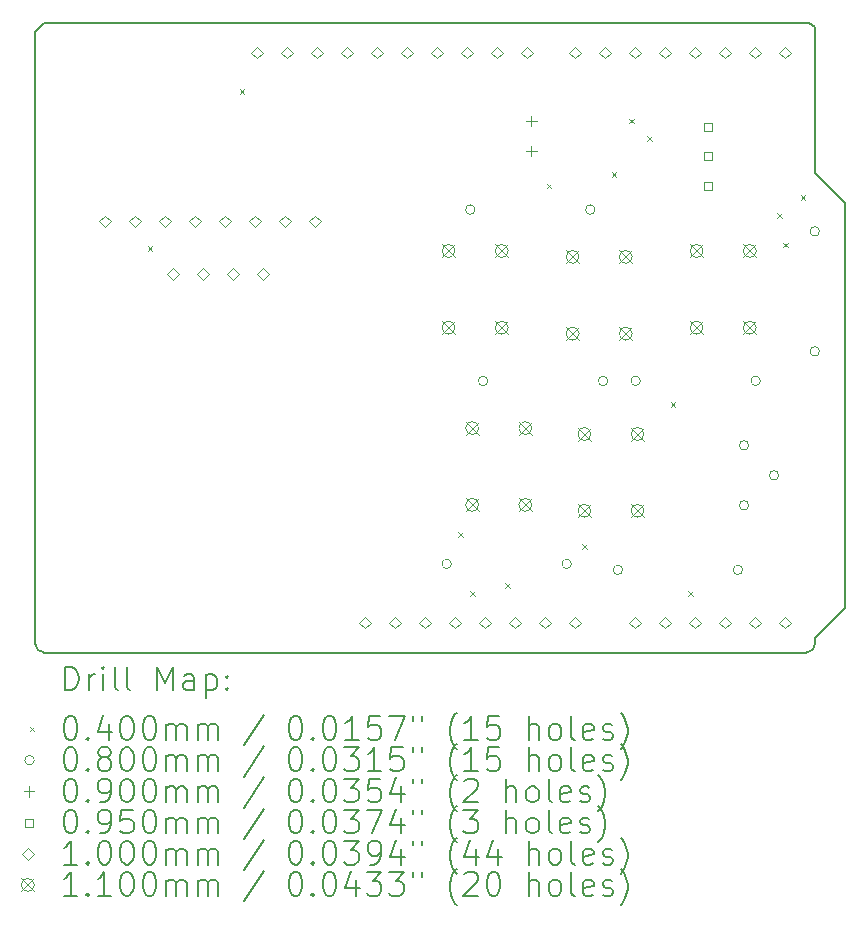
<source format=gbr>
%TF.GenerationSoftware,KiCad,Pcbnew,8.0.8*%
%TF.CreationDate,2025-01-31T17:17:07-07:00*%
%TF.ProjectId,Arduino_uno_Shield,41726475-696e-46f5-9f75-6e6f5f536869,rev?*%
%TF.SameCoordinates,Original*%
%TF.FileFunction,Drillmap*%
%TF.FilePolarity,Positive*%
%FSLAX45Y45*%
G04 Gerber Fmt 4.5, Leading zero omitted, Abs format (unit mm)*
G04 Created by KiCad (PCBNEW 8.0.8) date 2025-01-31 17:17:07*
%MOMM*%
%LPD*%
G01*
G04 APERTURE LIST*
%ADD10C,0.150000*%
%ADD11C,0.200000*%
%ADD12C,0.100000*%
%ADD13C,0.110000*%
G04 APERTURE END LIST*
D10*
X16600000Y-5936006D02*
X16858000Y-6190000D01*
X10000000Y-9923800D02*
X10000000Y-4742200D01*
X16550000Y-4666000D02*
X16600000Y-4700000D01*
X16858000Y-6190000D02*
X16858000Y-9619000D01*
X16527800Y-10000000D02*
X10076200Y-10000000D01*
X10076200Y-4666000D02*
X16550000Y-4666000D01*
X10076200Y-10000000D02*
G75*
G02*
X10000000Y-9923800I0J76200D01*
G01*
X16858000Y-9619000D02*
X16604000Y-9873000D01*
X10000000Y-4742200D02*
X10076200Y-4666000D01*
X16604000Y-9923800D02*
G75*
G02*
X16527800Y-10000000I-76200J0D01*
G01*
X16600000Y-4700000D02*
X16600000Y-5936006D01*
X16604000Y-9873000D02*
X16604000Y-9923800D01*
D11*
D12*
X10951503Y-6558497D02*
X10991503Y-6598497D01*
X10991503Y-6558497D02*
X10951503Y-6598497D01*
X11730000Y-5230000D02*
X11770000Y-5270000D01*
X11770000Y-5230000D02*
X11730000Y-5270000D01*
X13580000Y-8980000D02*
X13620000Y-9020000D01*
X13620000Y-8980000D02*
X13580000Y-9020000D01*
X13680000Y-9480000D02*
X13720000Y-9520000D01*
X13720000Y-9480000D02*
X13680000Y-9520000D01*
X13980000Y-9410000D02*
X14020000Y-9450000D01*
X14020000Y-9410000D02*
X13980000Y-9450000D01*
X14330000Y-6030000D02*
X14370000Y-6070000D01*
X14370000Y-6030000D02*
X14330000Y-6070000D01*
X14630000Y-9080000D02*
X14670000Y-9120000D01*
X14670000Y-9080000D02*
X14630000Y-9120000D01*
X14880000Y-5930000D02*
X14920000Y-5970000D01*
X14920000Y-5930000D02*
X14880000Y-5970000D01*
X15030000Y-5480000D02*
X15070000Y-5520000D01*
X15070000Y-5480000D02*
X15030000Y-5520000D01*
X15180000Y-5630000D02*
X15220000Y-5670000D01*
X15220000Y-5630000D02*
X15180000Y-5670000D01*
X15380000Y-7880000D02*
X15420000Y-7920000D01*
X15420000Y-7880000D02*
X15380000Y-7920000D01*
X15530000Y-9480000D02*
X15570000Y-9520000D01*
X15570000Y-9480000D02*
X15530000Y-9520000D01*
X16280000Y-6280000D02*
X16320000Y-6320000D01*
X16320000Y-6280000D02*
X16280000Y-6320000D01*
X16330000Y-6530000D02*
X16370000Y-6570000D01*
X16370000Y-6530000D02*
X16330000Y-6570000D01*
X16480000Y-6130000D02*
X16520000Y-6170000D01*
X16520000Y-6130000D02*
X16480000Y-6170000D01*
X13524000Y-9250000D02*
G75*
G02*
X13444000Y-9250000I-40000J0D01*
G01*
X13444000Y-9250000D02*
G75*
G02*
X13524000Y-9250000I40000J0D01*
G01*
X13724000Y-6250000D02*
G75*
G02*
X13644000Y-6250000I-40000J0D01*
G01*
X13644000Y-6250000D02*
G75*
G02*
X13724000Y-6250000I40000J0D01*
G01*
X13832000Y-7700000D02*
G75*
G02*
X13752000Y-7700000I-40000J0D01*
G01*
X13752000Y-7700000D02*
G75*
G02*
X13832000Y-7700000I40000J0D01*
G01*
X14540000Y-9250000D02*
G75*
G02*
X14460000Y-9250000I-40000J0D01*
G01*
X14460000Y-9250000D02*
G75*
G02*
X14540000Y-9250000I40000J0D01*
G01*
X14740000Y-6250000D02*
G75*
G02*
X14660000Y-6250000I-40000J0D01*
G01*
X14660000Y-6250000D02*
G75*
G02*
X14740000Y-6250000I40000J0D01*
G01*
X14848000Y-7700000D02*
G75*
G02*
X14768000Y-7700000I-40000J0D01*
G01*
X14768000Y-7700000D02*
G75*
G02*
X14848000Y-7700000I40000J0D01*
G01*
X14974000Y-9300000D02*
G75*
G02*
X14894000Y-9300000I-40000J0D01*
G01*
X14894000Y-9300000D02*
G75*
G02*
X14974000Y-9300000I40000J0D01*
G01*
X15124000Y-7700000D02*
G75*
G02*
X15044000Y-7700000I-40000J0D01*
G01*
X15044000Y-7700000D02*
G75*
G02*
X15124000Y-7700000I40000J0D01*
G01*
X15990000Y-9300000D02*
G75*
G02*
X15910000Y-9300000I-40000J0D01*
G01*
X15910000Y-9300000D02*
G75*
G02*
X15990000Y-9300000I40000J0D01*
G01*
X16041500Y-8246000D02*
G75*
G02*
X15961500Y-8246000I-40000J0D01*
G01*
X15961500Y-8246000D02*
G75*
G02*
X16041500Y-8246000I40000J0D01*
G01*
X16041500Y-8754000D02*
G75*
G02*
X15961500Y-8754000I-40000J0D01*
G01*
X15961500Y-8754000D02*
G75*
G02*
X16041500Y-8754000I40000J0D01*
G01*
X16140000Y-7700000D02*
G75*
G02*
X16060000Y-7700000I-40000J0D01*
G01*
X16060000Y-7700000D02*
G75*
G02*
X16140000Y-7700000I40000J0D01*
G01*
X16295500Y-8500000D02*
G75*
G02*
X16215500Y-8500000I-40000J0D01*
G01*
X16215500Y-8500000D02*
G75*
G02*
X16295500Y-8500000I40000J0D01*
G01*
X16640000Y-6434000D02*
G75*
G02*
X16560000Y-6434000I-40000J0D01*
G01*
X16560000Y-6434000D02*
G75*
G02*
X16640000Y-6434000I40000J0D01*
G01*
X16640000Y-7450000D02*
G75*
G02*
X16560000Y-7450000I-40000J0D01*
G01*
X16560000Y-7450000D02*
G75*
G02*
X16640000Y-7450000I40000J0D01*
G01*
X14200000Y-5455000D02*
X14200000Y-5545000D01*
X14155000Y-5500000D02*
X14245000Y-5500000D01*
X14200000Y-5709000D02*
X14200000Y-5799000D01*
X14155000Y-5754000D02*
X14245000Y-5754000D01*
X15733588Y-5583588D02*
X15733588Y-5516412D01*
X15666412Y-5516412D01*
X15666412Y-5583588D01*
X15733588Y-5583588D01*
X15733588Y-5833588D02*
X15733588Y-5766412D01*
X15666412Y-5766412D01*
X15666412Y-5833588D01*
X15733588Y-5833588D01*
X15733588Y-6083588D02*
X15733588Y-6016412D01*
X15666412Y-6016412D01*
X15666412Y-6083588D01*
X15733588Y-6083588D01*
X10588000Y-6400000D02*
X10638000Y-6350000D01*
X10588000Y-6300000D01*
X10538000Y-6350000D01*
X10588000Y-6400000D01*
X10842000Y-6400000D02*
X10892000Y-6350000D01*
X10842000Y-6300000D01*
X10792000Y-6350000D01*
X10842000Y-6400000D01*
X11096000Y-6400000D02*
X11146000Y-6350000D01*
X11096000Y-6300000D01*
X11046000Y-6350000D01*
X11096000Y-6400000D01*
X11170000Y-6847500D02*
X11220000Y-6797500D01*
X11170000Y-6747500D01*
X11120000Y-6797500D01*
X11170000Y-6847500D01*
X11350000Y-6400000D02*
X11400000Y-6350000D01*
X11350000Y-6300000D01*
X11300000Y-6350000D01*
X11350000Y-6400000D01*
X11424000Y-6847500D02*
X11474000Y-6797500D01*
X11424000Y-6747500D01*
X11374000Y-6797500D01*
X11424000Y-6847500D01*
X11604000Y-6400000D02*
X11654000Y-6350000D01*
X11604000Y-6300000D01*
X11554000Y-6350000D01*
X11604000Y-6400000D01*
X11678000Y-6847500D02*
X11728000Y-6797500D01*
X11678000Y-6747500D01*
X11628000Y-6797500D01*
X11678000Y-6847500D01*
X11858000Y-6400000D02*
X11908000Y-6350000D01*
X11858000Y-6300000D01*
X11808000Y-6350000D01*
X11858000Y-6400000D01*
X11879600Y-4970000D02*
X11929600Y-4920000D01*
X11879600Y-4870000D01*
X11829600Y-4920000D01*
X11879600Y-4970000D01*
X11932000Y-6847500D02*
X11982000Y-6797500D01*
X11932000Y-6747500D01*
X11882000Y-6797500D01*
X11932000Y-6847500D01*
X12112000Y-6400000D02*
X12162000Y-6350000D01*
X12112000Y-6300000D01*
X12062000Y-6350000D01*
X12112000Y-6400000D01*
X12133600Y-4970000D02*
X12183600Y-4920000D01*
X12133600Y-4870000D01*
X12083600Y-4920000D01*
X12133600Y-4970000D01*
X12366000Y-6400000D02*
X12416000Y-6350000D01*
X12366000Y-6300000D01*
X12316000Y-6350000D01*
X12366000Y-6400000D01*
X12387600Y-4970000D02*
X12437600Y-4920000D01*
X12387600Y-4870000D01*
X12337600Y-4920000D01*
X12387600Y-4970000D01*
X12641600Y-4970000D02*
X12691600Y-4920000D01*
X12641600Y-4870000D01*
X12591600Y-4920000D01*
X12641600Y-4970000D01*
X12794000Y-9796000D02*
X12844000Y-9746000D01*
X12794000Y-9696000D01*
X12744000Y-9746000D01*
X12794000Y-9796000D01*
X12895600Y-4970000D02*
X12945600Y-4920000D01*
X12895600Y-4870000D01*
X12845600Y-4920000D01*
X12895600Y-4970000D01*
X13048000Y-9796000D02*
X13098000Y-9746000D01*
X13048000Y-9696000D01*
X12998000Y-9746000D01*
X13048000Y-9796000D01*
X13149600Y-4970000D02*
X13199600Y-4920000D01*
X13149600Y-4870000D01*
X13099600Y-4920000D01*
X13149600Y-4970000D01*
X13302000Y-9796000D02*
X13352000Y-9746000D01*
X13302000Y-9696000D01*
X13252000Y-9746000D01*
X13302000Y-9796000D01*
X13403600Y-4970000D02*
X13453600Y-4920000D01*
X13403600Y-4870000D01*
X13353600Y-4920000D01*
X13403600Y-4970000D01*
X13556000Y-9796000D02*
X13606000Y-9746000D01*
X13556000Y-9696000D01*
X13506000Y-9746000D01*
X13556000Y-9796000D01*
X13657600Y-4970000D02*
X13707600Y-4920000D01*
X13657600Y-4870000D01*
X13607600Y-4920000D01*
X13657600Y-4970000D01*
X13810000Y-9796000D02*
X13860000Y-9746000D01*
X13810000Y-9696000D01*
X13760000Y-9746000D01*
X13810000Y-9796000D01*
X13911600Y-4970000D02*
X13961600Y-4920000D01*
X13911600Y-4870000D01*
X13861600Y-4920000D01*
X13911600Y-4970000D01*
X14064000Y-9796000D02*
X14114000Y-9746000D01*
X14064000Y-9696000D01*
X14014000Y-9746000D01*
X14064000Y-9796000D01*
X14165600Y-4970000D02*
X14215600Y-4920000D01*
X14165600Y-4870000D01*
X14115600Y-4920000D01*
X14165600Y-4970000D01*
X14318000Y-9796000D02*
X14368000Y-9746000D01*
X14318000Y-9696000D01*
X14268000Y-9746000D01*
X14318000Y-9796000D01*
X14572000Y-4970000D02*
X14622000Y-4920000D01*
X14572000Y-4870000D01*
X14522000Y-4920000D01*
X14572000Y-4970000D01*
X14572000Y-9796000D02*
X14622000Y-9746000D01*
X14572000Y-9696000D01*
X14522000Y-9746000D01*
X14572000Y-9796000D01*
X14826000Y-4970000D02*
X14876000Y-4920000D01*
X14826000Y-4870000D01*
X14776000Y-4920000D01*
X14826000Y-4970000D01*
X15080000Y-4970000D02*
X15130000Y-4920000D01*
X15080000Y-4870000D01*
X15030000Y-4920000D01*
X15080000Y-4970000D01*
X15080000Y-9796000D02*
X15130000Y-9746000D01*
X15080000Y-9696000D01*
X15030000Y-9746000D01*
X15080000Y-9796000D01*
X15334000Y-4970000D02*
X15384000Y-4920000D01*
X15334000Y-4870000D01*
X15284000Y-4920000D01*
X15334000Y-4970000D01*
X15334000Y-9796000D02*
X15384000Y-9746000D01*
X15334000Y-9696000D01*
X15284000Y-9746000D01*
X15334000Y-9796000D01*
X15588000Y-4970000D02*
X15638000Y-4920000D01*
X15588000Y-4870000D01*
X15538000Y-4920000D01*
X15588000Y-4970000D01*
X15588000Y-9796000D02*
X15638000Y-9746000D01*
X15588000Y-9696000D01*
X15538000Y-9746000D01*
X15588000Y-9796000D01*
X15842000Y-4970000D02*
X15892000Y-4920000D01*
X15842000Y-4870000D01*
X15792000Y-4920000D01*
X15842000Y-4970000D01*
X15842000Y-9796000D02*
X15892000Y-9746000D01*
X15842000Y-9696000D01*
X15792000Y-9746000D01*
X15842000Y-9796000D01*
X16096000Y-4970000D02*
X16146000Y-4920000D01*
X16096000Y-4870000D01*
X16046000Y-4920000D01*
X16096000Y-4970000D01*
X16096000Y-9796000D02*
X16146000Y-9746000D01*
X16096000Y-9696000D01*
X16046000Y-9746000D01*
X16096000Y-9796000D01*
X16350000Y-4970000D02*
X16400000Y-4920000D01*
X16350000Y-4870000D01*
X16300000Y-4920000D01*
X16350000Y-4970000D01*
X16350000Y-9796000D02*
X16400000Y-9746000D01*
X16350000Y-9696000D01*
X16300000Y-9746000D01*
X16350000Y-9796000D01*
D13*
X13445000Y-6545000D02*
X13555000Y-6655000D01*
X13555000Y-6545000D02*
X13445000Y-6655000D01*
X13555000Y-6600000D02*
G75*
G02*
X13445000Y-6600000I-55000J0D01*
G01*
X13445000Y-6600000D02*
G75*
G02*
X13555000Y-6600000I55000J0D01*
G01*
X13445000Y-7195000D02*
X13555000Y-7305000D01*
X13555000Y-7195000D02*
X13445000Y-7305000D01*
X13555000Y-7250000D02*
G75*
G02*
X13445000Y-7250000I-55000J0D01*
G01*
X13445000Y-7250000D02*
G75*
G02*
X13555000Y-7250000I55000J0D01*
G01*
X13645000Y-8045000D02*
X13755000Y-8155000D01*
X13755000Y-8045000D02*
X13645000Y-8155000D01*
X13755000Y-8100000D02*
G75*
G02*
X13645000Y-8100000I-55000J0D01*
G01*
X13645000Y-8100000D02*
G75*
G02*
X13755000Y-8100000I55000J0D01*
G01*
X13645000Y-8695000D02*
X13755000Y-8805000D01*
X13755000Y-8695000D02*
X13645000Y-8805000D01*
X13755000Y-8750000D02*
G75*
G02*
X13645000Y-8750000I-55000J0D01*
G01*
X13645000Y-8750000D02*
G75*
G02*
X13755000Y-8750000I55000J0D01*
G01*
X13895000Y-6545000D02*
X14005000Y-6655000D01*
X14005000Y-6545000D02*
X13895000Y-6655000D01*
X14005000Y-6600000D02*
G75*
G02*
X13895000Y-6600000I-55000J0D01*
G01*
X13895000Y-6600000D02*
G75*
G02*
X14005000Y-6600000I55000J0D01*
G01*
X13895000Y-7195000D02*
X14005000Y-7305000D01*
X14005000Y-7195000D02*
X13895000Y-7305000D01*
X14005000Y-7250000D02*
G75*
G02*
X13895000Y-7250000I-55000J0D01*
G01*
X13895000Y-7250000D02*
G75*
G02*
X14005000Y-7250000I55000J0D01*
G01*
X14095000Y-8045000D02*
X14205000Y-8155000D01*
X14205000Y-8045000D02*
X14095000Y-8155000D01*
X14205000Y-8100000D02*
G75*
G02*
X14095000Y-8100000I-55000J0D01*
G01*
X14095000Y-8100000D02*
G75*
G02*
X14205000Y-8100000I55000J0D01*
G01*
X14095000Y-8695000D02*
X14205000Y-8805000D01*
X14205000Y-8695000D02*
X14095000Y-8805000D01*
X14205000Y-8750000D02*
G75*
G02*
X14095000Y-8750000I-55000J0D01*
G01*
X14095000Y-8750000D02*
G75*
G02*
X14205000Y-8750000I55000J0D01*
G01*
X14495000Y-6595000D02*
X14605000Y-6705000D01*
X14605000Y-6595000D02*
X14495000Y-6705000D01*
X14605000Y-6650000D02*
G75*
G02*
X14495000Y-6650000I-55000J0D01*
G01*
X14495000Y-6650000D02*
G75*
G02*
X14605000Y-6650000I55000J0D01*
G01*
X14495000Y-7245000D02*
X14605000Y-7355000D01*
X14605000Y-7245000D02*
X14495000Y-7355000D01*
X14605000Y-7300000D02*
G75*
G02*
X14495000Y-7300000I-55000J0D01*
G01*
X14495000Y-7300000D02*
G75*
G02*
X14605000Y-7300000I55000J0D01*
G01*
X14595000Y-8095000D02*
X14705000Y-8205000D01*
X14705000Y-8095000D02*
X14595000Y-8205000D01*
X14705000Y-8150000D02*
G75*
G02*
X14595000Y-8150000I-55000J0D01*
G01*
X14595000Y-8150000D02*
G75*
G02*
X14705000Y-8150000I55000J0D01*
G01*
X14595000Y-8745000D02*
X14705000Y-8855000D01*
X14705000Y-8745000D02*
X14595000Y-8855000D01*
X14705000Y-8800000D02*
G75*
G02*
X14595000Y-8800000I-55000J0D01*
G01*
X14595000Y-8800000D02*
G75*
G02*
X14705000Y-8800000I55000J0D01*
G01*
X14945000Y-6595000D02*
X15055000Y-6705000D01*
X15055000Y-6595000D02*
X14945000Y-6705000D01*
X15055000Y-6650000D02*
G75*
G02*
X14945000Y-6650000I-55000J0D01*
G01*
X14945000Y-6650000D02*
G75*
G02*
X15055000Y-6650000I55000J0D01*
G01*
X14945000Y-7245000D02*
X15055000Y-7355000D01*
X15055000Y-7245000D02*
X14945000Y-7355000D01*
X15055000Y-7300000D02*
G75*
G02*
X14945000Y-7300000I-55000J0D01*
G01*
X14945000Y-7300000D02*
G75*
G02*
X15055000Y-7300000I55000J0D01*
G01*
X15045000Y-8095000D02*
X15155000Y-8205000D01*
X15155000Y-8095000D02*
X15045000Y-8205000D01*
X15155000Y-8150000D02*
G75*
G02*
X15045000Y-8150000I-55000J0D01*
G01*
X15045000Y-8150000D02*
G75*
G02*
X15155000Y-8150000I55000J0D01*
G01*
X15045000Y-8745000D02*
X15155000Y-8855000D01*
X15155000Y-8745000D02*
X15045000Y-8855000D01*
X15155000Y-8800000D02*
G75*
G02*
X15045000Y-8800000I-55000J0D01*
G01*
X15045000Y-8800000D02*
G75*
G02*
X15155000Y-8800000I55000J0D01*
G01*
X15545000Y-6545000D02*
X15655000Y-6655000D01*
X15655000Y-6545000D02*
X15545000Y-6655000D01*
X15655000Y-6600000D02*
G75*
G02*
X15545000Y-6600000I-55000J0D01*
G01*
X15545000Y-6600000D02*
G75*
G02*
X15655000Y-6600000I55000J0D01*
G01*
X15545000Y-7195000D02*
X15655000Y-7305000D01*
X15655000Y-7195000D02*
X15545000Y-7305000D01*
X15655000Y-7250000D02*
G75*
G02*
X15545000Y-7250000I-55000J0D01*
G01*
X15545000Y-7250000D02*
G75*
G02*
X15655000Y-7250000I55000J0D01*
G01*
X15995000Y-6545000D02*
X16105000Y-6655000D01*
X16105000Y-6545000D02*
X15995000Y-6655000D01*
X16105000Y-6600000D02*
G75*
G02*
X15995000Y-6600000I-55000J0D01*
G01*
X15995000Y-6600000D02*
G75*
G02*
X16105000Y-6600000I55000J0D01*
G01*
X15995000Y-7195000D02*
X16105000Y-7305000D01*
X16105000Y-7195000D02*
X15995000Y-7305000D01*
X16105000Y-7250000D02*
G75*
G02*
X15995000Y-7250000I-55000J0D01*
G01*
X15995000Y-7250000D02*
G75*
G02*
X16105000Y-7250000I55000J0D01*
G01*
D11*
X10253277Y-10318984D02*
X10253277Y-10118984D01*
X10253277Y-10118984D02*
X10300896Y-10118984D01*
X10300896Y-10118984D02*
X10329467Y-10128508D01*
X10329467Y-10128508D02*
X10348515Y-10147555D01*
X10348515Y-10147555D02*
X10358039Y-10166603D01*
X10358039Y-10166603D02*
X10367563Y-10204698D01*
X10367563Y-10204698D02*
X10367563Y-10233270D01*
X10367563Y-10233270D02*
X10358039Y-10271365D01*
X10358039Y-10271365D02*
X10348515Y-10290412D01*
X10348515Y-10290412D02*
X10329467Y-10309460D01*
X10329467Y-10309460D02*
X10300896Y-10318984D01*
X10300896Y-10318984D02*
X10253277Y-10318984D01*
X10453277Y-10318984D02*
X10453277Y-10185650D01*
X10453277Y-10223746D02*
X10462801Y-10204698D01*
X10462801Y-10204698D02*
X10472324Y-10195174D01*
X10472324Y-10195174D02*
X10491372Y-10185650D01*
X10491372Y-10185650D02*
X10510420Y-10185650D01*
X10577086Y-10318984D02*
X10577086Y-10185650D01*
X10577086Y-10118984D02*
X10567563Y-10128508D01*
X10567563Y-10128508D02*
X10577086Y-10138031D01*
X10577086Y-10138031D02*
X10586610Y-10128508D01*
X10586610Y-10128508D02*
X10577086Y-10118984D01*
X10577086Y-10118984D02*
X10577086Y-10138031D01*
X10700896Y-10318984D02*
X10681848Y-10309460D01*
X10681848Y-10309460D02*
X10672324Y-10290412D01*
X10672324Y-10290412D02*
X10672324Y-10118984D01*
X10805658Y-10318984D02*
X10786610Y-10309460D01*
X10786610Y-10309460D02*
X10777086Y-10290412D01*
X10777086Y-10290412D02*
X10777086Y-10118984D01*
X11034229Y-10318984D02*
X11034229Y-10118984D01*
X11034229Y-10118984D02*
X11100896Y-10261841D01*
X11100896Y-10261841D02*
X11167563Y-10118984D01*
X11167563Y-10118984D02*
X11167563Y-10318984D01*
X11348515Y-10318984D02*
X11348515Y-10214222D01*
X11348515Y-10214222D02*
X11338991Y-10195174D01*
X11338991Y-10195174D02*
X11319943Y-10185650D01*
X11319943Y-10185650D02*
X11281848Y-10185650D01*
X11281848Y-10185650D02*
X11262801Y-10195174D01*
X11348515Y-10309460D02*
X11329467Y-10318984D01*
X11329467Y-10318984D02*
X11281848Y-10318984D01*
X11281848Y-10318984D02*
X11262801Y-10309460D01*
X11262801Y-10309460D02*
X11253277Y-10290412D01*
X11253277Y-10290412D02*
X11253277Y-10271365D01*
X11253277Y-10271365D02*
X11262801Y-10252317D01*
X11262801Y-10252317D02*
X11281848Y-10242793D01*
X11281848Y-10242793D02*
X11329467Y-10242793D01*
X11329467Y-10242793D02*
X11348515Y-10233270D01*
X11443753Y-10185650D02*
X11443753Y-10385650D01*
X11443753Y-10195174D02*
X11462801Y-10185650D01*
X11462801Y-10185650D02*
X11500896Y-10185650D01*
X11500896Y-10185650D02*
X11519943Y-10195174D01*
X11519943Y-10195174D02*
X11529467Y-10204698D01*
X11529467Y-10204698D02*
X11538991Y-10223746D01*
X11538991Y-10223746D02*
X11538991Y-10280889D01*
X11538991Y-10280889D02*
X11529467Y-10299936D01*
X11529467Y-10299936D02*
X11519943Y-10309460D01*
X11519943Y-10309460D02*
X11500896Y-10318984D01*
X11500896Y-10318984D02*
X11462801Y-10318984D01*
X11462801Y-10318984D02*
X11443753Y-10309460D01*
X11624705Y-10299936D02*
X11634229Y-10309460D01*
X11634229Y-10309460D02*
X11624705Y-10318984D01*
X11624705Y-10318984D02*
X11615182Y-10309460D01*
X11615182Y-10309460D02*
X11624705Y-10299936D01*
X11624705Y-10299936D02*
X11624705Y-10318984D01*
X11624705Y-10195174D02*
X11634229Y-10204698D01*
X11634229Y-10204698D02*
X11624705Y-10214222D01*
X11624705Y-10214222D02*
X11615182Y-10204698D01*
X11615182Y-10204698D02*
X11624705Y-10195174D01*
X11624705Y-10195174D02*
X11624705Y-10214222D01*
D12*
X9952500Y-10627500D02*
X9992500Y-10667500D01*
X9992500Y-10627500D02*
X9952500Y-10667500D01*
D11*
X10291372Y-10538984D02*
X10310420Y-10538984D01*
X10310420Y-10538984D02*
X10329467Y-10548508D01*
X10329467Y-10548508D02*
X10338991Y-10558031D01*
X10338991Y-10558031D02*
X10348515Y-10577079D01*
X10348515Y-10577079D02*
X10358039Y-10615174D01*
X10358039Y-10615174D02*
X10358039Y-10662793D01*
X10358039Y-10662793D02*
X10348515Y-10700889D01*
X10348515Y-10700889D02*
X10338991Y-10719936D01*
X10338991Y-10719936D02*
X10329467Y-10729460D01*
X10329467Y-10729460D02*
X10310420Y-10738984D01*
X10310420Y-10738984D02*
X10291372Y-10738984D01*
X10291372Y-10738984D02*
X10272324Y-10729460D01*
X10272324Y-10729460D02*
X10262801Y-10719936D01*
X10262801Y-10719936D02*
X10253277Y-10700889D01*
X10253277Y-10700889D02*
X10243753Y-10662793D01*
X10243753Y-10662793D02*
X10243753Y-10615174D01*
X10243753Y-10615174D02*
X10253277Y-10577079D01*
X10253277Y-10577079D02*
X10262801Y-10558031D01*
X10262801Y-10558031D02*
X10272324Y-10548508D01*
X10272324Y-10548508D02*
X10291372Y-10538984D01*
X10443753Y-10719936D02*
X10453277Y-10729460D01*
X10453277Y-10729460D02*
X10443753Y-10738984D01*
X10443753Y-10738984D02*
X10434229Y-10729460D01*
X10434229Y-10729460D02*
X10443753Y-10719936D01*
X10443753Y-10719936D02*
X10443753Y-10738984D01*
X10624705Y-10605650D02*
X10624705Y-10738984D01*
X10577086Y-10529460D02*
X10529467Y-10672317D01*
X10529467Y-10672317D02*
X10653277Y-10672317D01*
X10767563Y-10538984D02*
X10786610Y-10538984D01*
X10786610Y-10538984D02*
X10805658Y-10548508D01*
X10805658Y-10548508D02*
X10815182Y-10558031D01*
X10815182Y-10558031D02*
X10824705Y-10577079D01*
X10824705Y-10577079D02*
X10834229Y-10615174D01*
X10834229Y-10615174D02*
X10834229Y-10662793D01*
X10834229Y-10662793D02*
X10824705Y-10700889D01*
X10824705Y-10700889D02*
X10815182Y-10719936D01*
X10815182Y-10719936D02*
X10805658Y-10729460D01*
X10805658Y-10729460D02*
X10786610Y-10738984D01*
X10786610Y-10738984D02*
X10767563Y-10738984D01*
X10767563Y-10738984D02*
X10748515Y-10729460D01*
X10748515Y-10729460D02*
X10738991Y-10719936D01*
X10738991Y-10719936D02*
X10729467Y-10700889D01*
X10729467Y-10700889D02*
X10719944Y-10662793D01*
X10719944Y-10662793D02*
X10719944Y-10615174D01*
X10719944Y-10615174D02*
X10729467Y-10577079D01*
X10729467Y-10577079D02*
X10738991Y-10558031D01*
X10738991Y-10558031D02*
X10748515Y-10548508D01*
X10748515Y-10548508D02*
X10767563Y-10538984D01*
X10958039Y-10538984D02*
X10977086Y-10538984D01*
X10977086Y-10538984D02*
X10996134Y-10548508D01*
X10996134Y-10548508D02*
X11005658Y-10558031D01*
X11005658Y-10558031D02*
X11015182Y-10577079D01*
X11015182Y-10577079D02*
X11024705Y-10615174D01*
X11024705Y-10615174D02*
X11024705Y-10662793D01*
X11024705Y-10662793D02*
X11015182Y-10700889D01*
X11015182Y-10700889D02*
X11005658Y-10719936D01*
X11005658Y-10719936D02*
X10996134Y-10729460D01*
X10996134Y-10729460D02*
X10977086Y-10738984D01*
X10977086Y-10738984D02*
X10958039Y-10738984D01*
X10958039Y-10738984D02*
X10938991Y-10729460D01*
X10938991Y-10729460D02*
X10929467Y-10719936D01*
X10929467Y-10719936D02*
X10919944Y-10700889D01*
X10919944Y-10700889D02*
X10910420Y-10662793D01*
X10910420Y-10662793D02*
X10910420Y-10615174D01*
X10910420Y-10615174D02*
X10919944Y-10577079D01*
X10919944Y-10577079D02*
X10929467Y-10558031D01*
X10929467Y-10558031D02*
X10938991Y-10548508D01*
X10938991Y-10548508D02*
X10958039Y-10538984D01*
X11110420Y-10738984D02*
X11110420Y-10605650D01*
X11110420Y-10624698D02*
X11119944Y-10615174D01*
X11119944Y-10615174D02*
X11138991Y-10605650D01*
X11138991Y-10605650D02*
X11167563Y-10605650D01*
X11167563Y-10605650D02*
X11186610Y-10615174D01*
X11186610Y-10615174D02*
X11196134Y-10634222D01*
X11196134Y-10634222D02*
X11196134Y-10738984D01*
X11196134Y-10634222D02*
X11205658Y-10615174D01*
X11205658Y-10615174D02*
X11224705Y-10605650D01*
X11224705Y-10605650D02*
X11253277Y-10605650D01*
X11253277Y-10605650D02*
X11272324Y-10615174D01*
X11272324Y-10615174D02*
X11281848Y-10634222D01*
X11281848Y-10634222D02*
X11281848Y-10738984D01*
X11377086Y-10738984D02*
X11377086Y-10605650D01*
X11377086Y-10624698D02*
X11386610Y-10615174D01*
X11386610Y-10615174D02*
X11405658Y-10605650D01*
X11405658Y-10605650D02*
X11434229Y-10605650D01*
X11434229Y-10605650D02*
X11453277Y-10615174D01*
X11453277Y-10615174D02*
X11462801Y-10634222D01*
X11462801Y-10634222D02*
X11462801Y-10738984D01*
X11462801Y-10634222D02*
X11472324Y-10615174D01*
X11472324Y-10615174D02*
X11491372Y-10605650D01*
X11491372Y-10605650D02*
X11519943Y-10605650D01*
X11519943Y-10605650D02*
X11538991Y-10615174D01*
X11538991Y-10615174D02*
X11548515Y-10634222D01*
X11548515Y-10634222D02*
X11548515Y-10738984D01*
X11938991Y-10529460D02*
X11767563Y-10786603D01*
X12196134Y-10538984D02*
X12215182Y-10538984D01*
X12215182Y-10538984D02*
X12234229Y-10548508D01*
X12234229Y-10548508D02*
X12243753Y-10558031D01*
X12243753Y-10558031D02*
X12253277Y-10577079D01*
X12253277Y-10577079D02*
X12262801Y-10615174D01*
X12262801Y-10615174D02*
X12262801Y-10662793D01*
X12262801Y-10662793D02*
X12253277Y-10700889D01*
X12253277Y-10700889D02*
X12243753Y-10719936D01*
X12243753Y-10719936D02*
X12234229Y-10729460D01*
X12234229Y-10729460D02*
X12215182Y-10738984D01*
X12215182Y-10738984D02*
X12196134Y-10738984D01*
X12196134Y-10738984D02*
X12177086Y-10729460D01*
X12177086Y-10729460D02*
X12167563Y-10719936D01*
X12167563Y-10719936D02*
X12158039Y-10700889D01*
X12158039Y-10700889D02*
X12148515Y-10662793D01*
X12148515Y-10662793D02*
X12148515Y-10615174D01*
X12148515Y-10615174D02*
X12158039Y-10577079D01*
X12158039Y-10577079D02*
X12167563Y-10558031D01*
X12167563Y-10558031D02*
X12177086Y-10548508D01*
X12177086Y-10548508D02*
X12196134Y-10538984D01*
X12348515Y-10719936D02*
X12358039Y-10729460D01*
X12358039Y-10729460D02*
X12348515Y-10738984D01*
X12348515Y-10738984D02*
X12338991Y-10729460D01*
X12338991Y-10729460D02*
X12348515Y-10719936D01*
X12348515Y-10719936D02*
X12348515Y-10738984D01*
X12481848Y-10538984D02*
X12500896Y-10538984D01*
X12500896Y-10538984D02*
X12519944Y-10548508D01*
X12519944Y-10548508D02*
X12529467Y-10558031D01*
X12529467Y-10558031D02*
X12538991Y-10577079D01*
X12538991Y-10577079D02*
X12548515Y-10615174D01*
X12548515Y-10615174D02*
X12548515Y-10662793D01*
X12548515Y-10662793D02*
X12538991Y-10700889D01*
X12538991Y-10700889D02*
X12529467Y-10719936D01*
X12529467Y-10719936D02*
X12519944Y-10729460D01*
X12519944Y-10729460D02*
X12500896Y-10738984D01*
X12500896Y-10738984D02*
X12481848Y-10738984D01*
X12481848Y-10738984D02*
X12462801Y-10729460D01*
X12462801Y-10729460D02*
X12453277Y-10719936D01*
X12453277Y-10719936D02*
X12443753Y-10700889D01*
X12443753Y-10700889D02*
X12434229Y-10662793D01*
X12434229Y-10662793D02*
X12434229Y-10615174D01*
X12434229Y-10615174D02*
X12443753Y-10577079D01*
X12443753Y-10577079D02*
X12453277Y-10558031D01*
X12453277Y-10558031D02*
X12462801Y-10548508D01*
X12462801Y-10548508D02*
X12481848Y-10538984D01*
X12738991Y-10738984D02*
X12624706Y-10738984D01*
X12681848Y-10738984D02*
X12681848Y-10538984D01*
X12681848Y-10538984D02*
X12662801Y-10567555D01*
X12662801Y-10567555D02*
X12643753Y-10586603D01*
X12643753Y-10586603D02*
X12624706Y-10596127D01*
X12919944Y-10538984D02*
X12824706Y-10538984D01*
X12824706Y-10538984D02*
X12815182Y-10634222D01*
X12815182Y-10634222D02*
X12824706Y-10624698D01*
X12824706Y-10624698D02*
X12843753Y-10615174D01*
X12843753Y-10615174D02*
X12891372Y-10615174D01*
X12891372Y-10615174D02*
X12910420Y-10624698D01*
X12910420Y-10624698D02*
X12919944Y-10634222D01*
X12919944Y-10634222D02*
X12929467Y-10653270D01*
X12929467Y-10653270D02*
X12929467Y-10700889D01*
X12929467Y-10700889D02*
X12919944Y-10719936D01*
X12919944Y-10719936D02*
X12910420Y-10729460D01*
X12910420Y-10729460D02*
X12891372Y-10738984D01*
X12891372Y-10738984D02*
X12843753Y-10738984D01*
X12843753Y-10738984D02*
X12824706Y-10729460D01*
X12824706Y-10729460D02*
X12815182Y-10719936D01*
X12996134Y-10538984D02*
X13129467Y-10538984D01*
X13129467Y-10538984D02*
X13043753Y-10738984D01*
X13196134Y-10538984D02*
X13196134Y-10577079D01*
X13272325Y-10538984D02*
X13272325Y-10577079D01*
X13567563Y-10815174D02*
X13558039Y-10805650D01*
X13558039Y-10805650D02*
X13538991Y-10777079D01*
X13538991Y-10777079D02*
X13529468Y-10758031D01*
X13529468Y-10758031D02*
X13519944Y-10729460D01*
X13519944Y-10729460D02*
X13510420Y-10681841D01*
X13510420Y-10681841D02*
X13510420Y-10643746D01*
X13510420Y-10643746D02*
X13519944Y-10596127D01*
X13519944Y-10596127D02*
X13529468Y-10567555D01*
X13529468Y-10567555D02*
X13538991Y-10548508D01*
X13538991Y-10548508D02*
X13558039Y-10519936D01*
X13558039Y-10519936D02*
X13567563Y-10510412D01*
X13748515Y-10738984D02*
X13634229Y-10738984D01*
X13691372Y-10738984D02*
X13691372Y-10538984D01*
X13691372Y-10538984D02*
X13672325Y-10567555D01*
X13672325Y-10567555D02*
X13653277Y-10586603D01*
X13653277Y-10586603D02*
X13634229Y-10596127D01*
X13929468Y-10538984D02*
X13834229Y-10538984D01*
X13834229Y-10538984D02*
X13824706Y-10634222D01*
X13824706Y-10634222D02*
X13834229Y-10624698D01*
X13834229Y-10624698D02*
X13853277Y-10615174D01*
X13853277Y-10615174D02*
X13900896Y-10615174D01*
X13900896Y-10615174D02*
X13919944Y-10624698D01*
X13919944Y-10624698D02*
X13929468Y-10634222D01*
X13929468Y-10634222D02*
X13938991Y-10653270D01*
X13938991Y-10653270D02*
X13938991Y-10700889D01*
X13938991Y-10700889D02*
X13929468Y-10719936D01*
X13929468Y-10719936D02*
X13919944Y-10729460D01*
X13919944Y-10729460D02*
X13900896Y-10738984D01*
X13900896Y-10738984D02*
X13853277Y-10738984D01*
X13853277Y-10738984D02*
X13834229Y-10729460D01*
X13834229Y-10729460D02*
X13824706Y-10719936D01*
X14177087Y-10738984D02*
X14177087Y-10538984D01*
X14262801Y-10738984D02*
X14262801Y-10634222D01*
X14262801Y-10634222D02*
X14253277Y-10615174D01*
X14253277Y-10615174D02*
X14234230Y-10605650D01*
X14234230Y-10605650D02*
X14205658Y-10605650D01*
X14205658Y-10605650D02*
X14186610Y-10615174D01*
X14186610Y-10615174D02*
X14177087Y-10624698D01*
X14386610Y-10738984D02*
X14367563Y-10729460D01*
X14367563Y-10729460D02*
X14358039Y-10719936D01*
X14358039Y-10719936D02*
X14348515Y-10700889D01*
X14348515Y-10700889D02*
X14348515Y-10643746D01*
X14348515Y-10643746D02*
X14358039Y-10624698D01*
X14358039Y-10624698D02*
X14367563Y-10615174D01*
X14367563Y-10615174D02*
X14386610Y-10605650D01*
X14386610Y-10605650D02*
X14415182Y-10605650D01*
X14415182Y-10605650D02*
X14434230Y-10615174D01*
X14434230Y-10615174D02*
X14443753Y-10624698D01*
X14443753Y-10624698D02*
X14453277Y-10643746D01*
X14453277Y-10643746D02*
X14453277Y-10700889D01*
X14453277Y-10700889D02*
X14443753Y-10719936D01*
X14443753Y-10719936D02*
X14434230Y-10729460D01*
X14434230Y-10729460D02*
X14415182Y-10738984D01*
X14415182Y-10738984D02*
X14386610Y-10738984D01*
X14567563Y-10738984D02*
X14548515Y-10729460D01*
X14548515Y-10729460D02*
X14538991Y-10710412D01*
X14538991Y-10710412D02*
X14538991Y-10538984D01*
X14719944Y-10729460D02*
X14700896Y-10738984D01*
X14700896Y-10738984D02*
X14662801Y-10738984D01*
X14662801Y-10738984D02*
X14643753Y-10729460D01*
X14643753Y-10729460D02*
X14634230Y-10710412D01*
X14634230Y-10710412D02*
X14634230Y-10634222D01*
X14634230Y-10634222D02*
X14643753Y-10615174D01*
X14643753Y-10615174D02*
X14662801Y-10605650D01*
X14662801Y-10605650D02*
X14700896Y-10605650D01*
X14700896Y-10605650D02*
X14719944Y-10615174D01*
X14719944Y-10615174D02*
X14729468Y-10634222D01*
X14729468Y-10634222D02*
X14729468Y-10653270D01*
X14729468Y-10653270D02*
X14634230Y-10672317D01*
X14805658Y-10729460D02*
X14824706Y-10738984D01*
X14824706Y-10738984D02*
X14862801Y-10738984D01*
X14862801Y-10738984D02*
X14881849Y-10729460D01*
X14881849Y-10729460D02*
X14891372Y-10710412D01*
X14891372Y-10710412D02*
X14891372Y-10700889D01*
X14891372Y-10700889D02*
X14881849Y-10681841D01*
X14881849Y-10681841D02*
X14862801Y-10672317D01*
X14862801Y-10672317D02*
X14834230Y-10672317D01*
X14834230Y-10672317D02*
X14815182Y-10662793D01*
X14815182Y-10662793D02*
X14805658Y-10643746D01*
X14805658Y-10643746D02*
X14805658Y-10634222D01*
X14805658Y-10634222D02*
X14815182Y-10615174D01*
X14815182Y-10615174D02*
X14834230Y-10605650D01*
X14834230Y-10605650D02*
X14862801Y-10605650D01*
X14862801Y-10605650D02*
X14881849Y-10615174D01*
X14958039Y-10815174D02*
X14967563Y-10805650D01*
X14967563Y-10805650D02*
X14986611Y-10777079D01*
X14986611Y-10777079D02*
X14996134Y-10758031D01*
X14996134Y-10758031D02*
X15005658Y-10729460D01*
X15005658Y-10729460D02*
X15015182Y-10681841D01*
X15015182Y-10681841D02*
X15015182Y-10643746D01*
X15015182Y-10643746D02*
X15005658Y-10596127D01*
X15005658Y-10596127D02*
X14996134Y-10567555D01*
X14996134Y-10567555D02*
X14986611Y-10548508D01*
X14986611Y-10548508D02*
X14967563Y-10519936D01*
X14967563Y-10519936D02*
X14958039Y-10510412D01*
D12*
X9992500Y-10911500D02*
G75*
G02*
X9912500Y-10911500I-40000J0D01*
G01*
X9912500Y-10911500D02*
G75*
G02*
X9992500Y-10911500I40000J0D01*
G01*
D11*
X10291372Y-10802984D02*
X10310420Y-10802984D01*
X10310420Y-10802984D02*
X10329467Y-10812508D01*
X10329467Y-10812508D02*
X10338991Y-10822031D01*
X10338991Y-10822031D02*
X10348515Y-10841079D01*
X10348515Y-10841079D02*
X10358039Y-10879174D01*
X10358039Y-10879174D02*
X10358039Y-10926793D01*
X10358039Y-10926793D02*
X10348515Y-10964889D01*
X10348515Y-10964889D02*
X10338991Y-10983936D01*
X10338991Y-10983936D02*
X10329467Y-10993460D01*
X10329467Y-10993460D02*
X10310420Y-11002984D01*
X10310420Y-11002984D02*
X10291372Y-11002984D01*
X10291372Y-11002984D02*
X10272324Y-10993460D01*
X10272324Y-10993460D02*
X10262801Y-10983936D01*
X10262801Y-10983936D02*
X10253277Y-10964889D01*
X10253277Y-10964889D02*
X10243753Y-10926793D01*
X10243753Y-10926793D02*
X10243753Y-10879174D01*
X10243753Y-10879174D02*
X10253277Y-10841079D01*
X10253277Y-10841079D02*
X10262801Y-10822031D01*
X10262801Y-10822031D02*
X10272324Y-10812508D01*
X10272324Y-10812508D02*
X10291372Y-10802984D01*
X10443753Y-10983936D02*
X10453277Y-10993460D01*
X10453277Y-10993460D02*
X10443753Y-11002984D01*
X10443753Y-11002984D02*
X10434229Y-10993460D01*
X10434229Y-10993460D02*
X10443753Y-10983936D01*
X10443753Y-10983936D02*
X10443753Y-11002984D01*
X10567563Y-10888698D02*
X10548515Y-10879174D01*
X10548515Y-10879174D02*
X10538991Y-10869650D01*
X10538991Y-10869650D02*
X10529467Y-10850603D01*
X10529467Y-10850603D02*
X10529467Y-10841079D01*
X10529467Y-10841079D02*
X10538991Y-10822031D01*
X10538991Y-10822031D02*
X10548515Y-10812508D01*
X10548515Y-10812508D02*
X10567563Y-10802984D01*
X10567563Y-10802984D02*
X10605658Y-10802984D01*
X10605658Y-10802984D02*
X10624705Y-10812508D01*
X10624705Y-10812508D02*
X10634229Y-10822031D01*
X10634229Y-10822031D02*
X10643753Y-10841079D01*
X10643753Y-10841079D02*
X10643753Y-10850603D01*
X10643753Y-10850603D02*
X10634229Y-10869650D01*
X10634229Y-10869650D02*
X10624705Y-10879174D01*
X10624705Y-10879174D02*
X10605658Y-10888698D01*
X10605658Y-10888698D02*
X10567563Y-10888698D01*
X10567563Y-10888698D02*
X10548515Y-10898222D01*
X10548515Y-10898222D02*
X10538991Y-10907746D01*
X10538991Y-10907746D02*
X10529467Y-10926793D01*
X10529467Y-10926793D02*
X10529467Y-10964889D01*
X10529467Y-10964889D02*
X10538991Y-10983936D01*
X10538991Y-10983936D02*
X10548515Y-10993460D01*
X10548515Y-10993460D02*
X10567563Y-11002984D01*
X10567563Y-11002984D02*
X10605658Y-11002984D01*
X10605658Y-11002984D02*
X10624705Y-10993460D01*
X10624705Y-10993460D02*
X10634229Y-10983936D01*
X10634229Y-10983936D02*
X10643753Y-10964889D01*
X10643753Y-10964889D02*
X10643753Y-10926793D01*
X10643753Y-10926793D02*
X10634229Y-10907746D01*
X10634229Y-10907746D02*
X10624705Y-10898222D01*
X10624705Y-10898222D02*
X10605658Y-10888698D01*
X10767563Y-10802984D02*
X10786610Y-10802984D01*
X10786610Y-10802984D02*
X10805658Y-10812508D01*
X10805658Y-10812508D02*
X10815182Y-10822031D01*
X10815182Y-10822031D02*
X10824705Y-10841079D01*
X10824705Y-10841079D02*
X10834229Y-10879174D01*
X10834229Y-10879174D02*
X10834229Y-10926793D01*
X10834229Y-10926793D02*
X10824705Y-10964889D01*
X10824705Y-10964889D02*
X10815182Y-10983936D01*
X10815182Y-10983936D02*
X10805658Y-10993460D01*
X10805658Y-10993460D02*
X10786610Y-11002984D01*
X10786610Y-11002984D02*
X10767563Y-11002984D01*
X10767563Y-11002984D02*
X10748515Y-10993460D01*
X10748515Y-10993460D02*
X10738991Y-10983936D01*
X10738991Y-10983936D02*
X10729467Y-10964889D01*
X10729467Y-10964889D02*
X10719944Y-10926793D01*
X10719944Y-10926793D02*
X10719944Y-10879174D01*
X10719944Y-10879174D02*
X10729467Y-10841079D01*
X10729467Y-10841079D02*
X10738991Y-10822031D01*
X10738991Y-10822031D02*
X10748515Y-10812508D01*
X10748515Y-10812508D02*
X10767563Y-10802984D01*
X10958039Y-10802984D02*
X10977086Y-10802984D01*
X10977086Y-10802984D02*
X10996134Y-10812508D01*
X10996134Y-10812508D02*
X11005658Y-10822031D01*
X11005658Y-10822031D02*
X11015182Y-10841079D01*
X11015182Y-10841079D02*
X11024705Y-10879174D01*
X11024705Y-10879174D02*
X11024705Y-10926793D01*
X11024705Y-10926793D02*
X11015182Y-10964889D01*
X11015182Y-10964889D02*
X11005658Y-10983936D01*
X11005658Y-10983936D02*
X10996134Y-10993460D01*
X10996134Y-10993460D02*
X10977086Y-11002984D01*
X10977086Y-11002984D02*
X10958039Y-11002984D01*
X10958039Y-11002984D02*
X10938991Y-10993460D01*
X10938991Y-10993460D02*
X10929467Y-10983936D01*
X10929467Y-10983936D02*
X10919944Y-10964889D01*
X10919944Y-10964889D02*
X10910420Y-10926793D01*
X10910420Y-10926793D02*
X10910420Y-10879174D01*
X10910420Y-10879174D02*
X10919944Y-10841079D01*
X10919944Y-10841079D02*
X10929467Y-10822031D01*
X10929467Y-10822031D02*
X10938991Y-10812508D01*
X10938991Y-10812508D02*
X10958039Y-10802984D01*
X11110420Y-11002984D02*
X11110420Y-10869650D01*
X11110420Y-10888698D02*
X11119944Y-10879174D01*
X11119944Y-10879174D02*
X11138991Y-10869650D01*
X11138991Y-10869650D02*
X11167563Y-10869650D01*
X11167563Y-10869650D02*
X11186610Y-10879174D01*
X11186610Y-10879174D02*
X11196134Y-10898222D01*
X11196134Y-10898222D02*
X11196134Y-11002984D01*
X11196134Y-10898222D02*
X11205658Y-10879174D01*
X11205658Y-10879174D02*
X11224705Y-10869650D01*
X11224705Y-10869650D02*
X11253277Y-10869650D01*
X11253277Y-10869650D02*
X11272324Y-10879174D01*
X11272324Y-10879174D02*
X11281848Y-10898222D01*
X11281848Y-10898222D02*
X11281848Y-11002984D01*
X11377086Y-11002984D02*
X11377086Y-10869650D01*
X11377086Y-10888698D02*
X11386610Y-10879174D01*
X11386610Y-10879174D02*
X11405658Y-10869650D01*
X11405658Y-10869650D02*
X11434229Y-10869650D01*
X11434229Y-10869650D02*
X11453277Y-10879174D01*
X11453277Y-10879174D02*
X11462801Y-10898222D01*
X11462801Y-10898222D02*
X11462801Y-11002984D01*
X11462801Y-10898222D02*
X11472324Y-10879174D01*
X11472324Y-10879174D02*
X11491372Y-10869650D01*
X11491372Y-10869650D02*
X11519943Y-10869650D01*
X11519943Y-10869650D02*
X11538991Y-10879174D01*
X11538991Y-10879174D02*
X11548515Y-10898222D01*
X11548515Y-10898222D02*
X11548515Y-11002984D01*
X11938991Y-10793460D02*
X11767563Y-11050603D01*
X12196134Y-10802984D02*
X12215182Y-10802984D01*
X12215182Y-10802984D02*
X12234229Y-10812508D01*
X12234229Y-10812508D02*
X12243753Y-10822031D01*
X12243753Y-10822031D02*
X12253277Y-10841079D01*
X12253277Y-10841079D02*
X12262801Y-10879174D01*
X12262801Y-10879174D02*
X12262801Y-10926793D01*
X12262801Y-10926793D02*
X12253277Y-10964889D01*
X12253277Y-10964889D02*
X12243753Y-10983936D01*
X12243753Y-10983936D02*
X12234229Y-10993460D01*
X12234229Y-10993460D02*
X12215182Y-11002984D01*
X12215182Y-11002984D02*
X12196134Y-11002984D01*
X12196134Y-11002984D02*
X12177086Y-10993460D01*
X12177086Y-10993460D02*
X12167563Y-10983936D01*
X12167563Y-10983936D02*
X12158039Y-10964889D01*
X12158039Y-10964889D02*
X12148515Y-10926793D01*
X12148515Y-10926793D02*
X12148515Y-10879174D01*
X12148515Y-10879174D02*
X12158039Y-10841079D01*
X12158039Y-10841079D02*
X12167563Y-10822031D01*
X12167563Y-10822031D02*
X12177086Y-10812508D01*
X12177086Y-10812508D02*
X12196134Y-10802984D01*
X12348515Y-10983936D02*
X12358039Y-10993460D01*
X12358039Y-10993460D02*
X12348515Y-11002984D01*
X12348515Y-11002984D02*
X12338991Y-10993460D01*
X12338991Y-10993460D02*
X12348515Y-10983936D01*
X12348515Y-10983936D02*
X12348515Y-11002984D01*
X12481848Y-10802984D02*
X12500896Y-10802984D01*
X12500896Y-10802984D02*
X12519944Y-10812508D01*
X12519944Y-10812508D02*
X12529467Y-10822031D01*
X12529467Y-10822031D02*
X12538991Y-10841079D01*
X12538991Y-10841079D02*
X12548515Y-10879174D01*
X12548515Y-10879174D02*
X12548515Y-10926793D01*
X12548515Y-10926793D02*
X12538991Y-10964889D01*
X12538991Y-10964889D02*
X12529467Y-10983936D01*
X12529467Y-10983936D02*
X12519944Y-10993460D01*
X12519944Y-10993460D02*
X12500896Y-11002984D01*
X12500896Y-11002984D02*
X12481848Y-11002984D01*
X12481848Y-11002984D02*
X12462801Y-10993460D01*
X12462801Y-10993460D02*
X12453277Y-10983936D01*
X12453277Y-10983936D02*
X12443753Y-10964889D01*
X12443753Y-10964889D02*
X12434229Y-10926793D01*
X12434229Y-10926793D02*
X12434229Y-10879174D01*
X12434229Y-10879174D02*
X12443753Y-10841079D01*
X12443753Y-10841079D02*
X12453277Y-10822031D01*
X12453277Y-10822031D02*
X12462801Y-10812508D01*
X12462801Y-10812508D02*
X12481848Y-10802984D01*
X12615182Y-10802984D02*
X12738991Y-10802984D01*
X12738991Y-10802984D02*
X12672325Y-10879174D01*
X12672325Y-10879174D02*
X12700896Y-10879174D01*
X12700896Y-10879174D02*
X12719944Y-10888698D01*
X12719944Y-10888698D02*
X12729467Y-10898222D01*
X12729467Y-10898222D02*
X12738991Y-10917270D01*
X12738991Y-10917270D02*
X12738991Y-10964889D01*
X12738991Y-10964889D02*
X12729467Y-10983936D01*
X12729467Y-10983936D02*
X12719944Y-10993460D01*
X12719944Y-10993460D02*
X12700896Y-11002984D01*
X12700896Y-11002984D02*
X12643753Y-11002984D01*
X12643753Y-11002984D02*
X12624706Y-10993460D01*
X12624706Y-10993460D02*
X12615182Y-10983936D01*
X12929467Y-11002984D02*
X12815182Y-11002984D01*
X12872325Y-11002984D02*
X12872325Y-10802984D01*
X12872325Y-10802984D02*
X12853277Y-10831555D01*
X12853277Y-10831555D02*
X12834229Y-10850603D01*
X12834229Y-10850603D02*
X12815182Y-10860127D01*
X13110420Y-10802984D02*
X13015182Y-10802984D01*
X13015182Y-10802984D02*
X13005658Y-10898222D01*
X13005658Y-10898222D02*
X13015182Y-10888698D01*
X13015182Y-10888698D02*
X13034229Y-10879174D01*
X13034229Y-10879174D02*
X13081848Y-10879174D01*
X13081848Y-10879174D02*
X13100896Y-10888698D01*
X13100896Y-10888698D02*
X13110420Y-10898222D01*
X13110420Y-10898222D02*
X13119944Y-10917270D01*
X13119944Y-10917270D02*
X13119944Y-10964889D01*
X13119944Y-10964889D02*
X13110420Y-10983936D01*
X13110420Y-10983936D02*
X13100896Y-10993460D01*
X13100896Y-10993460D02*
X13081848Y-11002984D01*
X13081848Y-11002984D02*
X13034229Y-11002984D01*
X13034229Y-11002984D02*
X13015182Y-10993460D01*
X13015182Y-10993460D02*
X13005658Y-10983936D01*
X13196134Y-10802984D02*
X13196134Y-10841079D01*
X13272325Y-10802984D02*
X13272325Y-10841079D01*
X13567563Y-11079174D02*
X13558039Y-11069650D01*
X13558039Y-11069650D02*
X13538991Y-11041079D01*
X13538991Y-11041079D02*
X13529468Y-11022031D01*
X13529468Y-11022031D02*
X13519944Y-10993460D01*
X13519944Y-10993460D02*
X13510420Y-10945841D01*
X13510420Y-10945841D02*
X13510420Y-10907746D01*
X13510420Y-10907746D02*
X13519944Y-10860127D01*
X13519944Y-10860127D02*
X13529468Y-10831555D01*
X13529468Y-10831555D02*
X13538991Y-10812508D01*
X13538991Y-10812508D02*
X13558039Y-10783936D01*
X13558039Y-10783936D02*
X13567563Y-10774412D01*
X13748515Y-11002984D02*
X13634229Y-11002984D01*
X13691372Y-11002984D02*
X13691372Y-10802984D01*
X13691372Y-10802984D02*
X13672325Y-10831555D01*
X13672325Y-10831555D02*
X13653277Y-10850603D01*
X13653277Y-10850603D02*
X13634229Y-10860127D01*
X13929468Y-10802984D02*
X13834229Y-10802984D01*
X13834229Y-10802984D02*
X13824706Y-10898222D01*
X13824706Y-10898222D02*
X13834229Y-10888698D01*
X13834229Y-10888698D02*
X13853277Y-10879174D01*
X13853277Y-10879174D02*
X13900896Y-10879174D01*
X13900896Y-10879174D02*
X13919944Y-10888698D01*
X13919944Y-10888698D02*
X13929468Y-10898222D01*
X13929468Y-10898222D02*
X13938991Y-10917270D01*
X13938991Y-10917270D02*
X13938991Y-10964889D01*
X13938991Y-10964889D02*
X13929468Y-10983936D01*
X13929468Y-10983936D02*
X13919944Y-10993460D01*
X13919944Y-10993460D02*
X13900896Y-11002984D01*
X13900896Y-11002984D02*
X13853277Y-11002984D01*
X13853277Y-11002984D02*
X13834229Y-10993460D01*
X13834229Y-10993460D02*
X13824706Y-10983936D01*
X14177087Y-11002984D02*
X14177087Y-10802984D01*
X14262801Y-11002984D02*
X14262801Y-10898222D01*
X14262801Y-10898222D02*
X14253277Y-10879174D01*
X14253277Y-10879174D02*
X14234230Y-10869650D01*
X14234230Y-10869650D02*
X14205658Y-10869650D01*
X14205658Y-10869650D02*
X14186610Y-10879174D01*
X14186610Y-10879174D02*
X14177087Y-10888698D01*
X14386610Y-11002984D02*
X14367563Y-10993460D01*
X14367563Y-10993460D02*
X14358039Y-10983936D01*
X14358039Y-10983936D02*
X14348515Y-10964889D01*
X14348515Y-10964889D02*
X14348515Y-10907746D01*
X14348515Y-10907746D02*
X14358039Y-10888698D01*
X14358039Y-10888698D02*
X14367563Y-10879174D01*
X14367563Y-10879174D02*
X14386610Y-10869650D01*
X14386610Y-10869650D02*
X14415182Y-10869650D01*
X14415182Y-10869650D02*
X14434230Y-10879174D01*
X14434230Y-10879174D02*
X14443753Y-10888698D01*
X14443753Y-10888698D02*
X14453277Y-10907746D01*
X14453277Y-10907746D02*
X14453277Y-10964889D01*
X14453277Y-10964889D02*
X14443753Y-10983936D01*
X14443753Y-10983936D02*
X14434230Y-10993460D01*
X14434230Y-10993460D02*
X14415182Y-11002984D01*
X14415182Y-11002984D02*
X14386610Y-11002984D01*
X14567563Y-11002984D02*
X14548515Y-10993460D01*
X14548515Y-10993460D02*
X14538991Y-10974412D01*
X14538991Y-10974412D02*
X14538991Y-10802984D01*
X14719944Y-10993460D02*
X14700896Y-11002984D01*
X14700896Y-11002984D02*
X14662801Y-11002984D01*
X14662801Y-11002984D02*
X14643753Y-10993460D01*
X14643753Y-10993460D02*
X14634230Y-10974412D01*
X14634230Y-10974412D02*
X14634230Y-10898222D01*
X14634230Y-10898222D02*
X14643753Y-10879174D01*
X14643753Y-10879174D02*
X14662801Y-10869650D01*
X14662801Y-10869650D02*
X14700896Y-10869650D01*
X14700896Y-10869650D02*
X14719944Y-10879174D01*
X14719944Y-10879174D02*
X14729468Y-10898222D01*
X14729468Y-10898222D02*
X14729468Y-10917270D01*
X14729468Y-10917270D02*
X14634230Y-10936317D01*
X14805658Y-10993460D02*
X14824706Y-11002984D01*
X14824706Y-11002984D02*
X14862801Y-11002984D01*
X14862801Y-11002984D02*
X14881849Y-10993460D01*
X14881849Y-10993460D02*
X14891372Y-10974412D01*
X14891372Y-10974412D02*
X14891372Y-10964889D01*
X14891372Y-10964889D02*
X14881849Y-10945841D01*
X14881849Y-10945841D02*
X14862801Y-10936317D01*
X14862801Y-10936317D02*
X14834230Y-10936317D01*
X14834230Y-10936317D02*
X14815182Y-10926793D01*
X14815182Y-10926793D02*
X14805658Y-10907746D01*
X14805658Y-10907746D02*
X14805658Y-10898222D01*
X14805658Y-10898222D02*
X14815182Y-10879174D01*
X14815182Y-10879174D02*
X14834230Y-10869650D01*
X14834230Y-10869650D02*
X14862801Y-10869650D01*
X14862801Y-10869650D02*
X14881849Y-10879174D01*
X14958039Y-11079174D02*
X14967563Y-11069650D01*
X14967563Y-11069650D02*
X14986611Y-11041079D01*
X14986611Y-11041079D02*
X14996134Y-11022031D01*
X14996134Y-11022031D02*
X15005658Y-10993460D01*
X15005658Y-10993460D02*
X15015182Y-10945841D01*
X15015182Y-10945841D02*
X15015182Y-10907746D01*
X15015182Y-10907746D02*
X15005658Y-10860127D01*
X15005658Y-10860127D02*
X14996134Y-10831555D01*
X14996134Y-10831555D02*
X14986611Y-10812508D01*
X14986611Y-10812508D02*
X14967563Y-10783936D01*
X14967563Y-10783936D02*
X14958039Y-10774412D01*
D12*
X9947500Y-11130500D02*
X9947500Y-11220500D01*
X9902500Y-11175500D02*
X9992500Y-11175500D01*
D11*
X10291372Y-11066984D02*
X10310420Y-11066984D01*
X10310420Y-11066984D02*
X10329467Y-11076508D01*
X10329467Y-11076508D02*
X10338991Y-11086031D01*
X10338991Y-11086031D02*
X10348515Y-11105079D01*
X10348515Y-11105079D02*
X10358039Y-11143174D01*
X10358039Y-11143174D02*
X10358039Y-11190793D01*
X10358039Y-11190793D02*
X10348515Y-11228888D01*
X10348515Y-11228888D02*
X10338991Y-11247936D01*
X10338991Y-11247936D02*
X10329467Y-11257460D01*
X10329467Y-11257460D02*
X10310420Y-11266984D01*
X10310420Y-11266984D02*
X10291372Y-11266984D01*
X10291372Y-11266984D02*
X10272324Y-11257460D01*
X10272324Y-11257460D02*
X10262801Y-11247936D01*
X10262801Y-11247936D02*
X10253277Y-11228888D01*
X10253277Y-11228888D02*
X10243753Y-11190793D01*
X10243753Y-11190793D02*
X10243753Y-11143174D01*
X10243753Y-11143174D02*
X10253277Y-11105079D01*
X10253277Y-11105079D02*
X10262801Y-11086031D01*
X10262801Y-11086031D02*
X10272324Y-11076508D01*
X10272324Y-11076508D02*
X10291372Y-11066984D01*
X10443753Y-11247936D02*
X10453277Y-11257460D01*
X10453277Y-11257460D02*
X10443753Y-11266984D01*
X10443753Y-11266984D02*
X10434229Y-11257460D01*
X10434229Y-11257460D02*
X10443753Y-11247936D01*
X10443753Y-11247936D02*
X10443753Y-11266984D01*
X10548515Y-11266984D02*
X10586610Y-11266984D01*
X10586610Y-11266984D02*
X10605658Y-11257460D01*
X10605658Y-11257460D02*
X10615182Y-11247936D01*
X10615182Y-11247936D02*
X10634229Y-11219365D01*
X10634229Y-11219365D02*
X10643753Y-11181270D01*
X10643753Y-11181270D02*
X10643753Y-11105079D01*
X10643753Y-11105079D02*
X10634229Y-11086031D01*
X10634229Y-11086031D02*
X10624705Y-11076508D01*
X10624705Y-11076508D02*
X10605658Y-11066984D01*
X10605658Y-11066984D02*
X10567563Y-11066984D01*
X10567563Y-11066984D02*
X10548515Y-11076508D01*
X10548515Y-11076508D02*
X10538991Y-11086031D01*
X10538991Y-11086031D02*
X10529467Y-11105079D01*
X10529467Y-11105079D02*
X10529467Y-11152698D01*
X10529467Y-11152698D02*
X10538991Y-11171746D01*
X10538991Y-11171746D02*
X10548515Y-11181270D01*
X10548515Y-11181270D02*
X10567563Y-11190793D01*
X10567563Y-11190793D02*
X10605658Y-11190793D01*
X10605658Y-11190793D02*
X10624705Y-11181270D01*
X10624705Y-11181270D02*
X10634229Y-11171746D01*
X10634229Y-11171746D02*
X10643753Y-11152698D01*
X10767563Y-11066984D02*
X10786610Y-11066984D01*
X10786610Y-11066984D02*
X10805658Y-11076508D01*
X10805658Y-11076508D02*
X10815182Y-11086031D01*
X10815182Y-11086031D02*
X10824705Y-11105079D01*
X10824705Y-11105079D02*
X10834229Y-11143174D01*
X10834229Y-11143174D02*
X10834229Y-11190793D01*
X10834229Y-11190793D02*
X10824705Y-11228888D01*
X10824705Y-11228888D02*
X10815182Y-11247936D01*
X10815182Y-11247936D02*
X10805658Y-11257460D01*
X10805658Y-11257460D02*
X10786610Y-11266984D01*
X10786610Y-11266984D02*
X10767563Y-11266984D01*
X10767563Y-11266984D02*
X10748515Y-11257460D01*
X10748515Y-11257460D02*
X10738991Y-11247936D01*
X10738991Y-11247936D02*
X10729467Y-11228888D01*
X10729467Y-11228888D02*
X10719944Y-11190793D01*
X10719944Y-11190793D02*
X10719944Y-11143174D01*
X10719944Y-11143174D02*
X10729467Y-11105079D01*
X10729467Y-11105079D02*
X10738991Y-11086031D01*
X10738991Y-11086031D02*
X10748515Y-11076508D01*
X10748515Y-11076508D02*
X10767563Y-11066984D01*
X10958039Y-11066984D02*
X10977086Y-11066984D01*
X10977086Y-11066984D02*
X10996134Y-11076508D01*
X10996134Y-11076508D02*
X11005658Y-11086031D01*
X11005658Y-11086031D02*
X11015182Y-11105079D01*
X11015182Y-11105079D02*
X11024705Y-11143174D01*
X11024705Y-11143174D02*
X11024705Y-11190793D01*
X11024705Y-11190793D02*
X11015182Y-11228888D01*
X11015182Y-11228888D02*
X11005658Y-11247936D01*
X11005658Y-11247936D02*
X10996134Y-11257460D01*
X10996134Y-11257460D02*
X10977086Y-11266984D01*
X10977086Y-11266984D02*
X10958039Y-11266984D01*
X10958039Y-11266984D02*
X10938991Y-11257460D01*
X10938991Y-11257460D02*
X10929467Y-11247936D01*
X10929467Y-11247936D02*
X10919944Y-11228888D01*
X10919944Y-11228888D02*
X10910420Y-11190793D01*
X10910420Y-11190793D02*
X10910420Y-11143174D01*
X10910420Y-11143174D02*
X10919944Y-11105079D01*
X10919944Y-11105079D02*
X10929467Y-11086031D01*
X10929467Y-11086031D02*
X10938991Y-11076508D01*
X10938991Y-11076508D02*
X10958039Y-11066984D01*
X11110420Y-11266984D02*
X11110420Y-11133650D01*
X11110420Y-11152698D02*
X11119944Y-11143174D01*
X11119944Y-11143174D02*
X11138991Y-11133650D01*
X11138991Y-11133650D02*
X11167563Y-11133650D01*
X11167563Y-11133650D02*
X11186610Y-11143174D01*
X11186610Y-11143174D02*
X11196134Y-11162222D01*
X11196134Y-11162222D02*
X11196134Y-11266984D01*
X11196134Y-11162222D02*
X11205658Y-11143174D01*
X11205658Y-11143174D02*
X11224705Y-11133650D01*
X11224705Y-11133650D02*
X11253277Y-11133650D01*
X11253277Y-11133650D02*
X11272324Y-11143174D01*
X11272324Y-11143174D02*
X11281848Y-11162222D01*
X11281848Y-11162222D02*
X11281848Y-11266984D01*
X11377086Y-11266984D02*
X11377086Y-11133650D01*
X11377086Y-11152698D02*
X11386610Y-11143174D01*
X11386610Y-11143174D02*
X11405658Y-11133650D01*
X11405658Y-11133650D02*
X11434229Y-11133650D01*
X11434229Y-11133650D02*
X11453277Y-11143174D01*
X11453277Y-11143174D02*
X11462801Y-11162222D01*
X11462801Y-11162222D02*
X11462801Y-11266984D01*
X11462801Y-11162222D02*
X11472324Y-11143174D01*
X11472324Y-11143174D02*
X11491372Y-11133650D01*
X11491372Y-11133650D02*
X11519943Y-11133650D01*
X11519943Y-11133650D02*
X11538991Y-11143174D01*
X11538991Y-11143174D02*
X11548515Y-11162222D01*
X11548515Y-11162222D02*
X11548515Y-11266984D01*
X11938991Y-11057460D02*
X11767563Y-11314603D01*
X12196134Y-11066984D02*
X12215182Y-11066984D01*
X12215182Y-11066984D02*
X12234229Y-11076508D01*
X12234229Y-11076508D02*
X12243753Y-11086031D01*
X12243753Y-11086031D02*
X12253277Y-11105079D01*
X12253277Y-11105079D02*
X12262801Y-11143174D01*
X12262801Y-11143174D02*
X12262801Y-11190793D01*
X12262801Y-11190793D02*
X12253277Y-11228888D01*
X12253277Y-11228888D02*
X12243753Y-11247936D01*
X12243753Y-11247936D02*
X12234229Y-11257460D01*
X12234229Y-11257460D02*
X12215182Y-11266984D01*
X12215182Y-11266984D02*
X12196134Y-11266984D01*
X12196134Y-11266984D02*
X12177086Y-11257460D01*
X12177086Y-11257460D02*
X12167563Y-11247936D01*
X12167563Y-11247936D02*
X12158039Y-11228888D01*
X12158039Y-11228888D02*
X12148515Y-11190793D01*
X12148515Y-11190793D02*
X12148515Y-11143174D01*
X12148515Y-11143174D02*
X12158039Y-11105079D01*
X12158039Y-11105079D02*
X12167563Y-11086031D01*
X12167563Y-11086031D02*
X12177086Y-11076508D01*
X12177086Y-11076508D02*
X12196134Y-11066984D01*
X12348515Y-11247936D02*
X12358039Y-11257460D01*
X12358039Y-11257460D02*
X12348515Y-11266984D01*
X12348515Y-11266984D02*
X12338991Y-11257460D01*
X12338991Y-11257460D02*
X12348515Y-11247936D01*
X12348515Y-11247936D02*
X12348515Y-11266984D01*
X12481848Y-11066984D02*
X12500896Y-11066984D01*
X12500896Y-11066984D02*
X12519944Y-11076508D01*
X12519944Y-11076508D02*
X12529467Y-11086031D01*
X12529467Y-11086031D02*
X12538991Y-11105079D01*
X12538991Y-11105079D02*
X12548515Y-11143174D01*
X12548515Y-11143174D02*
X12548515Y-11190793D01*
X12548515Y-11190793D02*
X12538991Y-11228888D01*
X12538991Y-11228888D02*
X12529467Y-11247936D01*
X12529467Y-11247936D02*
X12519944Y-11257460D01*
X12519944Y-11257460D02*
X12500896Y-11266984D01*
X12500896Y-11266984D02*
X12481848Y-11266984D01*
X12481848Y-11266984D02*
X12462801Y-11257460D01*
X12462801Y-11257460D02*
X12453277Y-11247936D01*
X12453277Y-11247936D02*
X12443753Y-11228888D01*
X12443753Y-11228888D02*
X12434229Y-11190793D01*
X12434229Y-11190793D02*
X12434229Y-11143174D01*
X12434229Y-11143174D02*
X12443753Y-11105079D01*
X12443753Y-11105079D02*
X12453277Y-11086031D01*
X12453277Y-11086031D02*
X12462801Y-11076508D01*
X12462801Y-11076508D02*
X12481848Y-11066984D01*
X12615182Y-11066984D02*
X12738991Y-11066984D01*
X12738991Y-11066984D02*
X12672325Y-11143174D01*
X12672325Y-11143174D02*
X12700896Y-11143174D01*
X12700896Y-11143174D02*
X12719944Y-11152698D01*
X12719944Y-11152698D02*
X12729467Y-11162222D01*
X12729467Y-11162222D02*
X12738991Y-11181270D01*
X12738991Y-11181270D02*
X12738991Y-11228888D01*
X12738991Y-11228888D02*
X12729467Y-11247936D01*
X12729467Y-11247936D02*
X12719944Y-11257460D01*
X12719944Y-11257460D02*
X12700896Y-11266984D01*
X12700896Y-11266984D02*
X12643753Y-11266984D01*
X12643753Y-11266984D02*
X12624706Y-11257460D01*
X12624706Y-11257460D02*
X12615182Y-11247936D01*
X12919944Y-11066984D02*
X12824706Y-11066984D01*
X12824706Y-11066984D02*
X12815182Y-11162222D01*
X12815182Y-11162222D02*
X12824706Y-11152698D01*
X12824706Y-11152698D02*
X12843753Y-11143174D01*
X12843753Y-11143174D02*
X12891372Y-11143174D01*
X12891372Y-11143174D02*
X12910420Y-11152698D01*
X12910420Y-11152698D02*
X12919944Y-11162222D01*
X12919944Y-11162222D02*
X12929467Y-11181270D01*
X12929467Y-11181270D02*
X12929467Y-11228888D01*
X12929467Y-11228888D02*
X12919944Y-11247936D01*
X12919944Y-11247936D02*
X12910420Y-11257460D01*
X12910420Y-11257460D02*
X12891372Y-11266984D01*
X12891372Y-11266984D02*
X12843753Y-11266984D01*
X12843753Y-11266984D02*
X12824706Y-11257460D01*
X12824706Y-11257460D02*
X12815182Y-11247936D01*
X13100896Y-11133650D02*
X13100896Y-11266984D01*
X13053277Y-11057460D02*
X13005658Y-11200317D01*
X13005658Y-11200317D02*
X13129467Y-11200317D01*
X13196134Y-11066984D02*
X13196134Y-11105079D01*
X13272325Y-11066984D02*
X13272325Y-11105079D01*
X13567563Y-11343174D02*
X13558039Y-11333650D01*
X13558039Y-11333650D02*
X13538991Y-11305079D01*
X13538991Y-11305079D02*
X13529468Y-11286031D01*
X13529468Y-11286031D02*
X13519944Y-11257460D01*
X13519944Y-11257460D02*
X13510420Y-11209841D01*
X13510420Y-11209841D02*
X13510420Y-11171746D01*
X13510420Y-11171746D02*
X13519944Y-11124127D01*
X13519944Y-11124127D02*
X13529468Y-11095555D01*
X13529468Y-11095555D02*
X13538991Y-11076508D01*
X13538991Y-11076508D02*
X13558039Y-11047936D01*
X13558039Y-11047936D02*
X13567563Y-11038412D01*
X13634229Y-11086031D02*
X13643753Y-11076508D01*
X13643753Y-11076508D02*
X13662801Y-11066984D01*
X13662801Y-11066984D02*
X13710420Y-11066984D01*
X13710420Y-11066984D02*
X13729468Y-11076508D01*
X13729468Y-11076508D02*
X13738991Y-11086031D01*
X13738991Y-11086031D02*
X13748515Y-11105079D01*
X13748515Y-11105079D02*
X13748515Y-11124127D01*
X13748515Y-11124127D02*
X13738991Y-11152698D01*
X13738991Y-11152698D02*
X13624706Y-11266984D01*
X13624706Y-11266984D02*
X13748515Y-11266984D01*
X13986610Y-11266984D02*
X13986610Y-11066984D01*
X14072325Y-11266984D02*
X14072325Y-11162222D01*
X14072325Y-11162222D02*
X14062801Y-11143174D01*
X14062801Y-11143174D02*
X14043753Y-11133650D01*
X14043753Y-11133650D02*
X14015182Y-11133650D01*
X14015182Y-11133650D02*
X13996134Y-11143174D01*
X13996134Y-11143174D02*
X13986610Y-11152698D01*
X14196134Y-11266984D02*
X14177087Y-11257460D01*
X14177087Y-11257460D02*
X14167563Y-11247936D01*
X14167563Y-11247936D02*
X14158039Y-11228888D01*
X14158039Y-11228888D02*
X14158039Y-11171746D01*
X14158039Y-11171746D02*
X14167563Y-11152698D01*
X14167563Y-11152698D02*
X14177087Y-11143174D01*
X14177087Y-11143174D02*
X14196134Y-11133650D01*
X14196134Y-11133650D02*
X14224706Y-11133650D01*
X14224706Y-11133650D02*
X14243753Y-11143174D01*
X14243753Y-11143174D02*
X14253277Y-11152698D01*
X14253277Y-11152698D02*
X14262801Y-11171746D01*
X14262801Y-11171746D02*
X14262801Y-11228888D01*
X14262801Y-11228888D02*
X14253277Y-11247936D01*
X14253277Y-11247936D02*
X14243753Y-11257460D01*
X14243753Y-11257460D02*
X14224706Y-11266984D01*
X14224706Y-11266984D02*
X14196134Y-11266984D01*
X14377087Y-11266984D02*
X14358039Y-11257460D01*
X14358039Y-11257460D02*
X14348515Y-11238412D01*
X14348515Y-11238412D02*
X14348515Y-11066984D01*
X14529468Y-11257460D02*
X14510420Y-11266984D01*
X14510420Y-11266984D02*
X14472325Y-11266984D01*
X14472325Y-11266984D02*
X14453277Y-11257460D01*
X14453277Y-11257460D02*
X14443753Y-11238412D01*
X14443753Y-11238412D02*
X14443753Y-11162222D01*
X14443753Y-11162222D02*
X14453277Y-11143174D01*
X14453277Y-11143174D02*
X14472325Y-11133650D01*
X14472325Y-11133650D02*
X14510420Y-11133650D01*
X14510420Y-11133650D02*
X14529468Y-11143174D01*
X14529468Y-11143174D02*
X14538991Y-11162222D01*
X14538991Y-11162222D02*
X14538991Y-11181270D01*
X14538991Y-11181270D02*
X14443753Y-11200317D01*
X14615182Y-11257460D02*
X14634230Y-11266984D01*
X14634230Y-11266984D02*
X14672325Y-11266984D01*
X14672325Y-11266984D02*
X14691372Y-11257460D01*
X14691372Y-11257460D02*
X14700896Y-11238412D01*
X14700896Y-11238412D02*
X14700896Y-11228888D01*
X14700896Y-11228888D02*
X14691372Y-11209841D01*
X14691372Y-11209841D02*
X14672325Y-11200317D01*
X14672325Y-11200317D02*
X14643753Y-11200317D01*
X14643753Y-11200317D02*
X14624706Y-11190793D01*
X14624706Y-11190793D02*
X14615182Y-11171746D01*
X14615182Y-11171746D02*
X14615182Y-11162222D01*
X14615182Y-11162222D02*
X14624706Y-11143174D01*
X14624706Y-11143174D02*
X14643753Y-11133650D01*
X14643753Y-11133650D02*
X14672325Y-11133650D01*
X14672325Y-11133650D02*
X14691372Y-11143174D01*
X14767563Y-11343174D02*
X14777087Y-11333650D01*
X14777087Y-11333650D02*
X14796134Y-11305079D01*
X14796134Y-11305079D02*
X14805658Y-11286031D01*
X14805658Y-11286031D02*
X14815182Y-11257460D01*
X14815182Y-11257460D02*
X14824706Y-11209841D01*
X14824706Y-11209841D02*
X14824706Y-11171746D01*
X14824706Y-11171746D02*
X14815182Y-11124127D01*
X14815182Y-11124127D02*
X14805658Y-11095555D01*
X14805658Y-11095555D02*
X14796134Y-11076508D01*
X14796134Y-11076508D02*
X14777087Y-11047936D01*
X14777087Y-11047936D02*
X14767563Y-11038412D01*
D12*
X9978588Y-11473088D02*
X9978588Y-11405912D01*
X9911412Y-11405912D01*
X9911412Y-11473088D01*
X9978588Y-11473088D01*
D11*
X10291372Y-11330984D02*
X10310420Y-11330984D01*
X10310420Y-11330984D02*
X10329467Y-11340508D01*
X10329467Y-11340508D02*
X10338991Y-11350031D01*
X10338991Y-11350031D02*
X10348515Y-11369079D01*
X10348515Y-11369079D02*
X10358039Y-11407174D01*
X10358039Y-11407174D02*
X10358039Y-11454793D01*
X10358039Y-11454793D02*
X10348515Y-11492888D01*
X10348515Y-11492888D02*
X10338991Y-11511936D01*
X10338991Y-11511936D02*
X10329467Y-11521460D01*
X10329467Y-11521460D02*
X10310420Y-11530984D01*
X10310420Y-11530984D02*
X10291372Y-11530984D01*
X10291372Y-11530984D02*
X10272324Y-11521460D01*
X10272324Y-11521460D02*
X10262801Y-11511936D01*
X10262801Y-11511936D02*
X10253277Y-11492888D01*
X10253277Y-11492888D02*
X10243753Y-11454793D01*
X10243753Y-11454793D02*
X10243753Y-11407174D01*
X10243753Y-11407174D02*
X10253277Y-11369079D01*
X10253277Y-11369079D02*
X10262801Y-11350031D01*
X10262801Y-11350031D02*
X10272324Y-11340508D01*
X10272324Y-11340508D02*
X10291372Y-11330984D01*
X10443753Y-11511936D02*
X10453277Y-11521460D01*
X10453277Y-11521460D02*
X10443753Y-11530984D01*
X10443753Y-11530984D02*
X10434229Y-11521460D01*
X10434229Y-11521460D02*
X10443753Y-11511936D01*
X10443753Y-11511936D02*
X10443753Y-11530984D01*
X10548515Y-11530984D02*
X10586610Y-11530984D01*
X10586610Y-11530984D02*
X10605658Y-11521460D01*
X10605658Y-11521460D02*
X10615182Y-11511936D01*
X10615182Y-11511936D02*
X10634229Y-11483365D01*
X10634229Y-11483365D02*
X10643753Y-11445269D01*
X10643753Y-11445269D02*
X10643753Y-11369079D01*
X10643753Y-11369079D02*
X10634229Y-11350031D01*
X10634229Y-11350031D02*
X10624705Y-11340508D01*
X10624705Y-11340508D02*
X10605658Y-11330984D01*
X10605658Y-11330984D02*
X10567563Y-11330984D01*
X10567563Y-11330984D02*
X10548515Y-11340508D01*
X10548515Y-11340508D02*
X10538991Y-11350031D01*
X10538991Y-11350031D02*
X10529467Y-11369079D01*
X10529467Y-11369079D02*
X10529467Y-11416698D01*
X10529467Y-11416698D02*
X10538991Y-11435746D01*
X10538991Y-11435746D02*
X10548515Y-11445269D01*
X10548515Y-11445269D02*
X10567563Y-11454793D01*
X10567563Y-11454793D02*
X10605658Y-11454793D01*
X10605658Y-11454793D02*
X10624705Y-11445269D01*
X10624705Y-11445269D02*
X10634229Y-11435746D01*
X10634229Y-11435746D02*
X10643753Y-11416698D01*
X10824705Y-11330984D02*
X10729467Y-11330984D01*
X10729467Y-11330984D02*
X10719944Y-11426222D01*
X10719944Y-11426222D02*
X10729467Y-11416698D01*
X10729467Y-11416698D02*
X10748515Y-11407174D01*
X10748515Y-11407174D02*
X10796134Y-11407174D01*
X10796134Y-11407174D02*
X10815182Y-11416698D01*
X10815182Y-11416698D02*
X10824705Y-11426222D01*
X10824705Y-11426222D02*
X10834229Y-11445269D01*
X10834229Y-11445269D02*
X10834229Y-11492888D01*
X10834229Y-11492888D02*
X10824705Y-11511936D01*
X10824705Y-11511936D02*
X10815182Y-11521460D01*
X10815182Y-11521460D02*
X10796134Y-11530984D01*
X10796134Y-11530984D02*
X10748515Y-11530984D01*
X10748515Y-11530984D02*
X10729467Y-11521460D01*
X10729467Y-11521460D02*
X10719944Y-11511936D01*
X10958039Y-11330984D02*
X10977086Y-11330984D01*
X10977086Y-11330984D02*
X10996134Y-11340508D01*
X10996134Y-11340508D02*
X11005658Y-11350031D01*
X11005658Y-11350031D02*
X11015182Y-11369079D01*
X11015182Y-11369079D02*
X11024705Y-11407174D01*
X11024705Y-11407174D02*
X11024705Y-11454793D01*
X11024705Y-11454793D02*
X11015182Y-11492888D01*
X11015182Y-11492888D02*
X11005658Y-11511936D01*
X11005658Y-11511936D02*
X10996134Y-11521460D01*
X10996134Y-11521460D02*
X10977086Y-11530984D01*
X10977086Y-11530984D02*
X10958039Y-11530984D01*
X10958039Y-11530984D02*
X10938991Y-11521460D01*
X10938991Y-11521460D02*
X10929467Y-11511936D01*
X10929467Y-11511936D02*
X10919944Y-11492888D01*
X10919944Y-11492888D02*
X10910420Y-11454793D01*
X10910420Y-11454793D02*
X10910420Y-11407174D01*
X10910420Y-11407174D02*
X10919944Y-11369079D01*
X10919944Y-11369079D02*
X10929467Y-11350031D01*
X10929467Y-11350031D02*
X10938991Y-11340508D01*
X10938991Y-11340508D02*
X10958039Y-11330984D01*
X11110420Y-11530984D02*
X11110420Y-11397650D01*
X11110420Y-11416698D02*
X11119944Y-11407174D01*
X11119944Y-11407174D02*
X11138991Y-11397650D01*
X11138991Y-11397650D02*
X11167563Y-11397650D01*
X11167563Y-11397650D02*
X11186610Y-11407174D01*
X11186610Y-11407174D02*
X11196134Y-11426222D01*
X11196134Y-11426222D02*
X11196134Y-11530984D01*
X11196134Y-11426222D02*
X11205658Y-11407174D01*
X11205658Y-11407174D02*
X11224705Y-11397650D01*
X11224705Y-11397650D02*
X11253277Y-11397650D01*
X11253277Y-11397650D02*
X11272324Y-11407174D01*
X11272324Y-11407174D02*
X11281848Y-11426222D01*
X11281848Y-11426222D02*
X11281848Y-11530984D01*
X11377086Y-11530984D02*
X11377086Y-11397650D01*
X11377086Y-11416698D02*
X11386610Y-11407174D01*
X11386610Y-11407174D02*
X11405658Y-11397650D01*
X11405658Y-11397650D02*
X11434229Y-11397650D01*
X11434229Y-11397650D02*
X11453277Y-11407174D01*
X11453277Y-11407174D02*
X11462801Y-11426222D01*
X11462801Y-11426222D02*
X11462801Y-11530984D01*
X11462801Y-11426222D02*
X11472324Y-11407174D01*
X11472324Y-11407174D02*
X11491372Y-11397650D01*
X11491372Y-11397650D02*
X11519943Y-11397650D01*
X11519943Y-11397650D02*
X11538991Y-11407174D01*
X11538991Y-11407174D02*
X11548515Y-11426222D01*
X11548515Y-11426222D02*
X11548515Y-11530984D01*
X11938991Y-11321460D02*
X11767563Y-11578603D01*
X12196134Y-11330984D02*
X12215182Y-11330984D01*
X12215182Y-11330984D02*
X12234229Y-11340508D01*
X12234229Y-11340508D02*
X12243753Y-11350031D01*
X12243753Y-11350031D02*
X12253277Y-11369079D01*
X12253277Y-11369079D02*
X12262801Y-11407174D01*
X12262801Y-11407174D02*
X12262801Y-11454793D01*
X12262801Y-11454793D02*
X12253277Y-11492888D01*
X12253277Y-11492888D02*
X12243753Y-11511936D01*
X12243753Y-11511936D02*
X12234229Y-11521460D01*
X12234229Y-11521460D02*
X12215182Y-11530984D01*
X12215182Y-11530984D02*
X12196134Y-11530984D01*
X12196134Y-11530984D02*
X12177086Y-11521460D01*
X12177086Y-11521460D02*
X12167563Y-11511936D01*
X12167563Y-11511936D02*
X12158039Y-11492888D01*
X12158039Y-11492888D02*
X12148515Y-11454793D01*
X12148515Y-11454793D02*
X12148515Y-11407174D01*
X12148515Y-11407174D02*
X12158039Y-11369079D01*
X12158039Y-11369079D02*
X12167563Y-11350031D01*
X12167563Y-11350031D02*
X12177086Y-11340508D01*
X12177086Y-11340508D02*
X12196134Y-11330984D01*
X12348515Y-11511936D02*
X12358039Y-11521460D01*
X12358039Y-11521460D02*
X12348515Y-11530984D01*
X12348515Y-11530984D02*
X12338991Y-11521460D01*
X12338991Y-11521460D02*
X12348515Y-11511936D01*
X12348515Y-11511936D02*
X12348515Y-11530984D01*
X12481848Y-11330984D02*
X12500896Y-11330984D01*
X12500896Y-11330984D02*
X12519944Y-11340508D01*
X12519944Y-11340508D02*
X12529467Y-11350031D01*
X12529467Y-11350031D02*
X12538991Y-11369079D01*
X12538991Y-11369079D02*
X12548515Y-11407174D01*
X12548515Y-11407174D02*
X12548515Y-11454793D01*
X12548515Y-11454793D02*
X12538991Y-11492888D01*
X12538991Y-11492888D02*
X12529467Y-11511936D01*
X12529467Y-11511936D02*
X12519944Y-11521460D01*
X12519944Y-11521460D02*
X12500896Y-11530984D01*
X12500896Y-11530984D02*
X12481848Y-11530984D01*
X12481848Y-11530984D02*
X12462801Y-11521460D01*
X12462801Y-11521460D02*
X12453277Y-11511936D01*
X12453277Y-11511936D02*
X12443753Y-11492888D01*
X12443753Y-11492888D02*
X12434229Y-11454793D01*
X12434229Y-11454793D02*
X12434229Y-11407174D01*
X12434229Y-11407174D02*
X12443753Y-11369079D01*
X12443753Y-11369079D02*
X12453277Y-11350031D01*
X12453277Y-11350031D02*
X12462801Y-11340508D01*
X12462801Y-11340508D02*
X12481848Y-11330984D01*
X12615182Y-11330984D02*
X12738991Y-11330984D01*
X12738991Y-11330984D02*
X12672325Y-11407174D01*
X12672325Y-11407174D02*
X12700896Y-11407174D01*
X12700896Y-11407174D02*
X12719944Y-11416698D01*
X12719944Y-11416698D02*
X12729467Y-11426222D01*
X12729467Y-11426222D02*
X12738991Y-11445269D01*
X12738991Y-11445269D02*
X12738991Y-11492888D01*
X12738991Y-11492888D02*
X12729467Y-11511936D01*
X12729467Y-11511936D02*
X12719944Y-11521460D01*
X12719944Y-11521460D02*
X12700896Y-11530984D01*
X12700896Y-11530984D02*
X12643753Y-11530984D01*
X12643753Y-11530984D02*
X12624706Y-11521460D01*
X12624706Y-11521460D02*
X12615182Y-11511936D01*
X12805658Y-11330984D02*
X12938991Y-11330984D01*
X12938991Y-11330984D02*
X12853277Y-11530984D01*
X13100896Y-11397650D02*
X13100896Y-11530984D01*
X13053277Y-11321460D02*
X13005658Y-11464317D01*
X13005658Y-11464317D02*
X13129467Y-11464317D01*
X13196134Y-11330984D02*
X13196134Y-11369079D01*
X13272325Y-11330984D02*
X13272325Y-11369079D01*
X13567563Y-11607174D02*
X13558039Y-11597650D01*
X13558039Y-11597650D02*
X13538991Y-11569079D01*
X13538991Y-11569079D02*
X13529468Y-11550031D01*
X13529468Y-11550031D02*
X13519944Y-11521460D01*
X13519944Y-11521460D02*
X13510420Y-11473841D01*
X13510420Y-11473841D02*
X13510420Y-11435746D01*
X13510420Y-11435746D02*
X13519944Y-11388127D01*
X13519944Y-11388127D02*
X13529468Y-11359555D01*
X13529468Y-11359555D02*
X13538991Y-11340508D01*
X13538991Y-11340508D02*
X13558039Y-11311936D01*
X13558039Y-11311936D02*
X13567563Y-11302412D01*
X13624706Y-11330984D02*
X13748515Y-11330984D01*
X13748515Y-11330984D02*
X13681848Y-11407174D01*
X13681848Y-11407174D02*
X13710420Y-11407174D01*
X13710420Y-11407174D02*
X13729468Y-11416698D01*
X13729468Y-11416698D02*
X13738991Y-11426222D01*
X13738991Y-11426222D02*
X13748515Y-11445269D01*
X13748515Y-11445269D02*
X13748515Y-11492888D01*
X13748515Y-11492888D02*
X13738991Y-11511936D01*
X13738991Y-11511936D02*
X13729468Y-11521460D01*
X13729468Y-11521460D02*
X13710420Y-11530984D01*
X13710420Y-11530984D02*
X13653277Y-11530984D01*
X13653277Y-11530984D02*
X13634229Y-11521460D01*
X13634229Y-11521460D02*
X13624706Y-11511936D01*
X13986610Y-11530984D02*
X13986610Y-11330984D01*
X14072325Y-11530984D02*
X14072325Y-11426222D01*
X14072325Y-11426222D02*
X14062801Y-11407174D01*
X14062801Y-11407174D02*
X14043753Y-11397650D01*
X14043753Y-11397650D02*
X14015182Y-11397650D01*
X14015182Y-11397650D02*
X13996134Y-11407174D01*
X13996134Y-11407174D02*
X13986610Y-11416698D01*
X14196134Y-11530984D02*
X14177087Y-11521460D01*
X14177087Y-11521460D02*
X14167563Y-11511936D01*
X14167563Y-11511936D02*
X14158039Y-11492888D01*
X14158039Y-11492888D02*
X14158039Y-11435746D01*
X14158039Y-11435746D02*
X14167563Y-11416698D01*
X14167563Y-11416698D02*
X14177087Y-11407174D01*
X14177087Y-11407174D02*
X14196134Y-11397650D01*
X14196134Y-11397650D02*
X14224706Y-11397650D01*
X14224706Y-11397650D02*
X14243753Y-11407174D01*
X14243753Y-11407174D02*
X14253277Y-11416698D01*
X14253277Y-11416698D02*
X14262801Y-11435746D01*
X14262801Y-11435746D02*
X14262801Y-11492888D01*
X14262801Y-11492888D02*
X14253277Y-11511936D01*
X14253277Y-11511936D02*
X14243753Y-11521460D01*
X14243753Y-11521460D02*
X14224706Y-11530984D01*
X14224706Y-11530984D02*
X14196134Y-11530984D01*
X14377087Y-11530984D02*
X14358039Y-11521460D01*
X14358039Y-11521460D02*
X14348515Y-11502412D01*
X14348515Y-11502412D02*
X14348515Y-11330984D01*
X14529468Y-11521460D02*
X14510420Y-11530984D01*
X14510420Y-11530984D02*
X14472325Y-11530984D01*
X14472325Y-11530984D02*
X14453277Y-11521460D01*
X14453277Y-11521460D02*
X14443753Y-11502412D01*
X14443753Y-11502412D02*
X14443753Y-11426222D01*
X14443753Y-11426222D02*
X14453277Y-11407174D01*
X14453277Y-11407174D02*
X14472325Y-11397650D01*
X14472325Y-11397650D02*
X14510420Y-11397650D01*
X14510420Y-11397650D02*
X14529468Y-11407174D01*
X14529468Y-11407174D02*
X14538991Y-11426222D01*
X14538991Y-11426222D02*
X14538991Y-11445269D01*
X14538991Y-11445269D02*
X14443753Y-11464317D01*
X14615182Y-11521460D02*
X14634230Y-11530984D01*
X14634230Y-11530984D02*
X14672325Y-11530984D01*
X14672325Y-11530984D02*
X14691372Y-11521460D01*
X14691372Y-11521460D02*
X14700896Y-11502412D01*
X14700896Y-11502412D02*
X14700896Y-11492888D01*
X14700896Y-11492888D02*
X14691372Y-11473841D01*
X14691372Y-11473841D02*
X14672325Y-11464317D01*
X14672325Y-11464317D02*
X14643753Y-11464317D01*
X14643753Y-11464317D02*
X14624706Y-11454793D01*
X14624706Y-11454793D02*
X14615182Y-11435746D01*
X14615182Y-11435746D02*
X14615182Y-11426222D01*
X14615182Y-11426222D02*
X14624706Y-11407174D01*
X14624706Y-11407174D02*
X14643753Y-11397650D01*
X14643753Y-11397650D02*
X14672325Y-11397650D01*
X14672325Y-11397650D02*
X14691372Y-11407174D01*
X14767563Y-11607174D02*
X14777087Y-11597650D01*
X14777087Y-11597650D02*
X14796134Y-11569079D01*
X14796134Y-11569079D02*
X14805658Y-11550031D01*
X14805658Y-11550031D02*
X14815182Y-11521460D01*
X14815182Y-11521460D02*
X14824706Y-11473841D01*
X14824706Y-11473841D02*
X14824706Y-11435746D01*
X14824706Y-11435746D02*
X14815182Y-11388127D01*
X14815182Y-11388127D02*
X14805658Y-11359555D01*
X14805658Y-11359555D02*
X14796134Y-11340508D01*
X14796134Y-11340508D02*
X14777087Y-11311936D01*
X14777087Y-11311936D02*
X14767563Y-11302412D01*
D12*
X9942500Y-11753500D02*
X9992500Y-11703500D01*
X9942500Y-11653500D01*
X9892500Y-11703500D01*
X9942500Y-11753500D01*
D11*
X10358039Y-11794984D02*
X10243753Y-11794984D01*
X10300896Y-11794984D02*
X10300896Y-11594984D01*
X10300896Y-11594984D02*
X10281848Y-11623555D01*
X10281848Y-11623555D02*
X10262801Y-11642603D01*
X10262801Y-11642603D02*
X10243753Y-11652127D01*
X10443753Y-11775936D02*
X10453277Y-11785460D01*
X10453277Y-11785460D02*
X10443753Y-11794984D01*
X10443753Y-11794984D02*
X10434229Y-11785460D01*
X10434229Y-11785460D02*
X10443753Y-11775936D01*
X10443753Y-11775936D02*
X10443753Y-11794984D01*
X10577086Y-11594984D02*
X10596134Y-11594984D01*
X10596134Y-11594984D02*
X10615182Y-11604508D01*
X10615182Y-11604508D02*
X10624705Y-11614031D01*
X10624705Y-11614031D02*
X10634229Y-11633079D01*
X10634229Y-11633079D02*
X10643753Y-11671174D01*
X10643753Y-11671174D02*
X10643753Y-11718793D01*
X10643753Y-11718793D02*
X10634229Y-11756888D01*
X10634229Y-11756888D02*
X10624705Y-11775936D01*
X10624705Y-11775936D02*
X10615182Y-11785460D01*
X10615182Y-11785460D02*
X10596134Y-11794984D01*
X10596134Y-11794984D02*
X10577086Y-11794984D01*
X10577086Y-11794984D02*
X10558039Y-11785460D01*
X10558039Y-11785460D02*
X10548515Y-11775936D01*
X10548515Y-11775936D02*
X10538991Y-11756888D01*
X10538991Y-11756888D02*
X10529467Y-11718793D01*
X10529467Y-11718793D02*
X10529467Y-11671174D01*
X10529467Y-11671174D02*
X10538991Y-11633079D01*
X10538991Y-11633079D02*
X10548515Y-11614031D01*
X10548515Y-11614031D02*
X10558039Y-11604508D01*
X10558039Y-11604508D02*
X10577086Y-11594984D01*
X10767563Y-11594984D02*
X10786610Y-11594984D01*
X10786610Y-11594984D02*
X10805658Y-11604508D01*
X10805658Y-11604508D02*
X10815182Y-11614031D01*
X10815182Y-11614031D02*
X10824705Y-11633079D01*
X10824705Y-11633079D02*
X10834229Y-11671174D01*
X10834229Y-11671174D02*
X10834229Y-11718793D01*
X10834229Y-11718793D02*
X10824705Y-11756888D01*
X10824705Y-11756888D02*
X10815182Y-11775936D01*
X10815182Y-11775936D02*
X10805658Y-11785460D01*
X10805658Y-11785460D02*
X10786610Y-11794984D01*
X10786610Y-11794984D02*
X10767563Y-11794984D01*
X10767563Y-11794984D02*
X10748515Y-11785460D01*
X10748515Y-11785460D02*
X10738991Y-11775936D01*
X10738991Y-11775936D02*
X10729467Y-11756888D01*
X10729467Y-11756888D02*
X10719944Y-11718793D01*
X10719944Y-11718793D02*
X10719944Y-11671174D01*
X10719944Y-11671174D02*
X10729467Y-11633079D01*
X10729467Y-11633079D02*
X10738991Y-11614031D01*
X10738991Y-11614031D02*
X10748515Y-11604508D01*
X10748515Y-11604508D02*
X10767563Y-11594984D01*
X10958039Y-11594984D02*
X10977086Y-11594984D01*
X10977086Y-11594984D02*
X10996134Y-11604508D01*
X10996134Y-11604508D02*
X11005658Y-11614031D01*
X11005658Y-11614031D02*
X11015182Y-11633079D01*
X11015182Y-11633079D02*
X11024705Y-11671174D01*
X11024705Y-11671174D02*
X11024705Y-11718793D01*
X11024705Y-11718793D02*
X11015182Y-11756888D01*
X11015182Y-11756888D02*
X11005658Y-11775936D01*
X11005658Y-11775936D02*
X10996134Y-11785460D01*
X10996134Y-11785460D02*
X10977086Y-11794984D01*
X10977086Y-11794984D02*
X10958039Y-11794984D01*
X10958039Y-11794984D02*
X10938991Y-11785460D01*
X10938991Y-11785460D02*
X10929467Y-11775936D01*
X10929467Y-11775936D02*
X10919944Y-11756888D01*
X10919944Y-11756888D02*
X10910420Y-11718793D01*
X10910420Y-11718793D02*
X10910420Y-11671174D01*
X10910420Y-11671174D02*
X10919944Y-11633079D01*
X10919944Y-11633079D02*
X10929467Y-11614031D01*
X10929467Y-11614031D02*
X10938991Y-11604508D01*
X10938991Y-11604508D02*
X10958039Y-11594984D01*
X11110420Y-11794984D02*
X11110420Y-11661650D01*
X11110420Y-11680698D02*
X11119944Y-11671174D01*
X11119944Y-11671174D02*
X11138991Y-11661650D01*
X11138991Y-11661650D02*
X11167563Y-11661650D01*
X11167563Y-11661650D02*
X11186610Y-11671174D01*
X11186610Y-11671174D02*
X11196134Y-11690222D01*
X11196134Y-11690222D02*
X11196134Y-11794984D01*
X11196134Y-11690222D02*
X11205658Y-11671174D01*
X11205658Y-11671174D02*
X11224705Y-11661650D01*
X11224705Y-11661650D02*
X11253277Y-11661650D01*
X11253277Y-11661650D02*
X11272324Y-11671174D01*
X11272324Y-11671174D02*
X11281848Y-11690222D01*
X11281848Y-11690222D02*
X11281848Y-11794984D01*
X11377086Y-11794984D02*
X11377086Y-11661650D01*
X11377086Y-11680698D02*
X11386610Y-11671174D01*
X11386610Y-11671174D02*
X11405658Y-11661650D01*
X11405658Y-11661650D02*
X11434229Y-11661650D01*
X11434229Y-11661650D02*
X11453277Y-11671174D01*
X11453277Y-11671174D02*
X11462801Y-11690222D01*
X11462801Y-11690222D02*
X11462801Y-11794984D01*
X11462801Y-11690222D02*
X11472324Y-11671174D01*
X11472324Y-11671174D02*
X11491372Y-11661650D01*
X11491372Y-11661650D02*
X11519943Y-11661650D01*
X11519943Y-11661650D02*
X11538991Y-11671174D01*
X11538991Y-11671174D02*
X11548515Y-11690222D01*
X11548515Y-11690222D02*
X11548515Y-11794984D01*
X11938991Y-11585460D02*
X11767563Y-11842603D01*
X12196134Y-11594984D02*
X12215182Y-11594984D01*
X12215182Y-11594984D02*
X12234229Y-11604508D01*
X12234229Y-11604508D02*
X12243753Y-11614031D01*
X12243753Y-11614031D02*
X12253277Y-11633079D01*
X12253277Y-11633079D02*
X12262801Y-11671174D01*
X12262801Y-11671174D02*
X12262801Y-11718793D01*
X12262801Y-11718793D02*
X12253277Y-11756888D01*
X12253277Y-11756888D02*
X12243753Y-11775936D01*
X12243753Y-11775936D02*
X12234229Y-11785460D01*
X12234229Y-11785460D02*
X12215182Y-11794984D01*
X12215182Y-11794984D02*
X12196134Y-11794984D01*
X12196134Y-11794984D02*
X12177086Y-11785460D01*
X12177086Y-11785460D02*
X12167563Y-11775936D01*
X12167563Y-11775936D02*
X12158039Y-11756888D01*
X12158039Y-11756888D02*
X12148515Y-11718793D01*
X12148515Y-11718793D02*
X12148515Y-11671174D01*
X12148515Y-11671174D02*
X12158039Y-11633079D01*
X12158039Y-11633079D02*
X12167563Y-11614031D01*
X12167563Y-11614031D02*
X12177086Y-11604508D01*
X12177086Y-11604508D02*
X12196134Y-11594984D01*
X12348515Y-11775936D02*
X12358039Y-11785460D01*
X12358039Y-11785460D02*
X12348515Y-11794984D01*
X12348515Y-11794984D02*
X12338991Y-11785460D01*
X12338991Y-11785460D02*
X12348515Y-11775936D01*
X12348515Y-11775936D02*
X12348515Y-11794984D01*
X12481848Y-11594984D02*
X12500896Y-11594984D01*
X12500896Y-11594984D02*
X12519944Y-11604508D01*
X12519944Y-11604508D02*
X12529467Y-11614031D01*
X12529467Y-11614031D02*
X12538991Y-11633079D01*
X12538991Y-11633079D02*
X12548515Y-11671174D01*
X12548515Y-11671174D02*
X12548515Y-11718793D01*
X12548515Y-11718793D02*
X12538991Y-11756888D01*
X12538991Y-11756888D02*
X12529467Y-11775936D01*
X12529467Y-11775936D02*
X12519944Y-11785460D01*
X12519944Y-11785460D02*
X12500896Y-11794984D01*
X12500896Y-11794984D02*
X12481848Y-11794984D01*
X12481848Y-11794984D02*
X12462801Y-11785460D01*
X12462801Y-11785460D02*
X12453277Y-11775936D01*
X12453277Y-11775936D02*
X12443753Y-11756888D01*
X12443753Y-11756888D02*
X12434229Y-11718793D01*
X12434229Y-11718793D02*
X12434229Y-11671174D01*
X12434229Y-11671174D02*
X12443753Y-11633079D01*
X12443753Y-11633079D02*
X12453277Y-11614031D01*
X12453277Y-11614031D02*
X12462801Y-11604508D01*
X12462801Y-11604508D02*
X12481848Y-11594984D01*
X12615182Y-11594984D02*
X12738991Y-11594984D01*
X12738991Y-11594984D02*
X12672325Y-11671174D01*
X12672325Y-11671174D02*
X12700896Y-11671174D01*
X12700896Y-11671174D02*
X12719944Y-11680698D01*
X12719944Y-11680698D02*
X12729467Y-11690222D01*
X12729467Y-11690222D02*
X12738991Y-11709269D01*
X12738991Y-11709269D02*
X12738991Y-11756888D01*
X12738991Y-11756888D02*
X12729467Y-11775936D01*
X12729467Y-11775936D02*
X12719944Y-11785460D01*
X12719944Y-11785460D02*
X12700896Y-11794984D01*
X12700896Y-11794984D02*
X12643753Y-11794984D01*
X12643753Y-11794984D02*
X12624706Y-11785460D01*
X12624706Y-11785460D02*
X12615182Y-11775936D01*
X12834229Y-11794984D02*
X12872325Y-11794984D01*
X12872325Y-11794984D02*
X12891372Y-11785460D01*
X12891372Y-11785460D02*
X12900896Y-11775936D01*
X12900896Y-11775936D02*
X12919944Y-11747365D01*
X12919944Y-11747365D02*
X12929467Y-11709269D01*
X12929467Y-11709269D02*
X12929467Y-11633079D01*
X12929467Y-11633079D02*
X12919944Y-11614031D01*
X12919944Y-11614031D02*
X12910420Y-11604508D01*
X12910420Y-11604508D02*
X12891372Y-11594984D01*
X12891372Y-11594984D02*
X12853277Y-11594984D01*
X12853277Y-11594984D02*
X12834229Y-11604508D01*
X12834229Y-11604508D02*
X12824706Y-11614031D01*
X12824706Y-11614031D02*
X12815182Y-11633079D01*
X12815182Y-11633079D02*
X12815182Y-11680698D01*
X12815182Y-11680698D02*
X12824706Y-11699746D01*
X12824706Y-11699746D02*
X12834229Y-11709269D01*
X12834229Y-11709269D02*
X12853277Y-11718793D01*
X12853277Y-11718793D02*
X12891372Y-11718793D01*
X12891372Y-11718793D02*
X12910420Y-11709269D01*
X12910420Y-11709269D02*
X12919944Y-11699746D01*
X12919944Y-11699746D02*
X12929467Y-11680698D01*
X13100896Y-11661650D02*
X13100896Y-11794984D01*
X13053277Y-11585460D02*
X13005658Y-11728317D01*
X13005658Y-11728317D02*
X13129467Y-11728317D01*
X13196134Y-11594984D02*
X13196134Y-11633079D01*
X13272325Y-11594984D02*
X13272325Y-11633079D01*
X13567563Y-11871174D02*
X13558039Y-11861650D01*
X13558039Y-11861650D02*
X13538991Y-11833079D01*
X13538991Y-11833079D02*
X13529468Y-11814031D01*
X13529468Y-11814031D02*
X13519944Y-11785460D01*
X13519944Y-11785460D02*
X13510420Y-11737841D01*
X13510420Y-11737841D02*
X13510420Y-11699746D01*
X13510420Y-11699746D02*
X13519944Y-11652127D01*
X13519944Y-11652127D02*
X13529468Y-11623555D01*
X13529468Y-11623555D02*
X13538991Y-11604508D01*
X13538991Y-11604508D02*
X13558039Y-11575936D01*
X13558039Y-11575936D02*
X13567563Y-11566412D01*
X13729468Y-11661650D02*
X13729468Y-11794984D01*
X13681848Y-11585460D02*
X13634229Y-11728317D01*
X13634229Y-11728317D02*
X13758039Y-11728317D01*
X13919944Y-11661650D02*
X13919944Y-11794984D01*
X13872325Y-11585460D02*
X13824706Y-11728317D01*
X13824706Y-11728317D02*
X13948515Y-11728317D01*
X14177087Y-11794984D02*
X14177087Y-11594984D01*
X14262801Y-11794984D02*
X14262801Y-11690222D01*
X14262801Y-11690222D02*
X14253277Y-11671174D01*
X14253277Y-11671174D02*
X14234230Y-11661650D01*
X14234230Y-11661650D02*
X14205658Y-11661650D01*
X14205658Y-11661650D02*
X14186610Y-11671174D01*
X14186610Y-11671174D02*
X14177087Y-11680698D01*
X14386610Y-11794984D02*
X14367563Y-11785460D01*
X14367563Y-11785460D02*
X14358039Y-11775936D01*
X14358039Y-11775936D02*
X14348515Y-11756888D01*
X14348515Y-11756888D02*
X14348515Y-11699746D01*
X14348515Y-11699746D02*
X14358039Y-11680698D01*
X14358039Y-11680698D02*
X14367563Y-11671174D01*
X14367563Y-11671174D02*
X14386610Y-11661650D01*
X14386610Y-11661650D02*
X14415182Y-11661650D01*
X14415182Y-11661650D02*
X14434230Y-11671174D01*
X14434230Y-11671174D02*
X14443753Y-11680698D01*
X14443753Y-11680698D02*
X14453277Y-11699746D01*
X14453277Y-11699746D02*
X14453277Y-11756888D01*
X14453277Y-11756888D02*
X14443753Y-11775936D01*
X14443753Y-11775936D02*
X14434230Y-11785460D01*
X14434230Y-11785460D02*
X14415182Y-11794984D01*
X14415182Y-11794984D02*
X14386610Y-11794984D01*
X14567563Y-11794984D02*
X14548515Y-11785460D01*
X14548515Y-11785460D02*
X14538991Y-11766412D01*
X14538991Y-11766412D02*
X14538991Y-11594984D01*
X14719944Y-11785460D02*
X14700896Y-11794984D01*
X14700896Y-11794984D02*
X14662801Y-11794984D01*
X14662801Y-11794984D02*
X14643753Y-11785460D01*
X14643753Y-11785460D02*
X14634230Y-11766412D01*
X14634230Y-11766412D02*
X14634230Y-11690222D01*
X14634230Y-11690222D02*
X14643753Y-11671174D01*
X14643753Y-11671174D02*
X14662801Y-11661650D01*
X14662801Y-11661650D02*
X14700896Y-11661650D01*
X14700896Y-11661650D02*
X14719944Y-11671174D01*
X14719944Y-11671174D02*
X14729468Y-11690222D01*
X14729468Y-11690222D02*
X14729468Y-11709269D01*
X14729468Y-11709269D02*
X14634230Y-11728317D01*
X14805658Y-11785460D02*
X14824706Y-11794984D01*
X14824706Y-11794984D02*
X14862801Y-11794984D01*
X14862801Y-11794984D02*
X14881849Y-11785460D01*
X14881849Y-11785460D02*
X14891372Y-11766412D01*
X14891372Y-11766412D02*
X14891372Y-11756888D01*
X14891372Y-11756888D02*
X14881849Y-11737841D01*
X14881849Y-11737841D02*
X14862801Y-11728317D01*
X14862801Y-11728317D02*
X14834230Y-11728317D01*
X14834230Y-11728317D02*
X14815182Y-11718793D01*
X14815182Y-11718793D02*
X14805658Y-11699746D01*
X14805658Y-11699746D02*
X14805658Y-11690222D01*
X14805658Y-11690222D02*
X14815182Y-11671174D01*
X14815182Y-11671174D02*
X14834230Y-11661650D01*
X14834230Y-11661650D02*
X14862801Y-11661650D01*
X14862801Y-11661650D02*
X14881849Y-11671174D01*
X14958039Y-11871174D02*
X14967563Y-11861650D01*
X14967563Y-11861650D02*
X14986611Y-11833079D01*
X14986611Y-11833079D02*
X14996134Y-11814031D01*
X14996134Y-11814031D02*
X15005658Y-11785460D01*
X15005658Y-11785460D02*
X15015182Y-11737841D01*
X15015182Y-11737841D02*
X15015182Y-11699746D01*
X15015182Y-11699746D02*
X15005658Y-11652127D01*
X15005658Y-11652127D02*
X14996134Y-11623555D01*
X14996134Y-11623555D02*
X14986611Y-11604508D01*
X14986611Y-11604508D02*
X14967563Y-11575936D01*
X14967563Y-11575936D02*
X14958039Y-11566412D01*
D13*
X9882500Y-11912500D02*
X9992500Y-12022500D01*
X9992500Y-11912500D02*
X9882500Y-12022500D01*
X9992500Y-11967500D02*
G75*
G02*
X9882500Y-11967500I-55000J0D01*
G01*
X9882500Y-11967500D02*
G75*
G02*
X9992500Y-11967500I55000J0D01*
G01*
D11*
X10358039Y-12058984D02*
X10243753Y-12058984D01*
X10300896Y-12058984D02*
X10300896Y-11858984D01*
X10300896Y-11858984D02*
X10281848Y-11887555D01*
X10281848Y-11887555D02*
X10262801Y-11906603D01*
X10262801Y-11906603D02*
X10243753Y-11916127D01*
X10443753Y-12039936D02*
X10453277Y-12049460D01*
X10453277Y-12049460D02*
X10443753Y-12058984D01*
X10443753Y-12058984D02*
X10434229Y-12049460D01*
X10434229Y-12049460D02*
X10443753Y-12039936D01*
X10443753Y-12039936D02*
X10443753Y-12058984D01*
X10643753Y-12058984D02*
X10529467Y-12058984D01*
X10586610Y-12058984D02*
X10586610Y-11858984D01*
X10586610Y-11858984D02*
X10567563Y-11887555D01*
X10567563Y-11887555D02*
X10548515Y-11906603D01*
X10548515Y-11906603D02*
X10529467Y-11916127D01*
X10767563Y-11858984D02*
X10786610Y-11858984D01*
X10786610Y-11858984D02*
X10805658Y-11868508D01*
X10805658Y-11868508D02*
X10815182Y-11878031D01*
X10815182Y-11878031D02*
X10824705Y-11897079D01*
X10824705Y-11897079D02*
X10834229Y-11935174D01*
X10834229Y-11935174D02*
X10834229Y-11982793D01*
X10834229Y-11982793D02*
X10824705Y-12020888D01*
X10824705Y-12020888D02*
X10815182Y-12039936D01*
X10815182Y-12039936D02*
X10805658Y-12049460D01*
X10805658Y-12049460D02*
X10786610Y-12058984D01*
X10786610Y-12058984D02*
X10767563Y-12058984D01*
X10767563Y-12058984D02*
X10748515Y-12049460D01*
X10748515Y-12049460D02*
X10738991Y-12039936D01*
X10738991Y-12039936D02*
X10729467Y-12020888D01*
X10729467Y-12020888D02*
X10719944Y-11982793D01*
X10719944Y-11982793D02*
X10719944Y-11935174D01*
X10719944Y-11935174D02*
X10729467Y-11897079D01*
X10729467Y-11897079D02*
X10738991Y-11878031D01*
X10738991Y-11878031D02*
X10748515Y-11868508D01*
X10748515Y-11868508D02*
X10767563Y-11858984D01*
X10958039Y-11858984D02*
X10977086Y-11858984D01*
X10977086Y-11858984D02*
X10996134Y-11868508D01*
X10996134Y-11868508D02*
X11005658Y-11878031D01*
X11005658Y-11878031D02*
X11015182Y-11897079D01*
X11015182Y-11897079D02*
X11024705Y-11935174D01*
X11024705Y-11935174D02*
X11024705Y-11982793D01*
X11024705Y-11982793D02*
X11015182Y-12020888D01*
X11015182Y-12020888D02*
X11005658Y-12039936D01*
X11005658Y-12039936D02*
X10996134Y-12049460D01*
X10996134Y-12049460D02*
X10977086Y-12058984D01*
X10977086Y-12058984D02*
X10958039Y-12058984D01*
X10958039Y-12058984D02*
X10938991Y-12049460D01*
X10938991Y-12049460D02*
X10929467Y-12039936D01*
X10929467Y-12039936D02*
X10919944Y-12020888D01*
X10919944Y-12020888D02*
X10910420Y-11982793D01*
X10910420Y-11982793D02*
X10910420Y-11935174D01*
X10910420Y-11935174D02*
X10919944Y-11897079D01*
X10919944Y-11897079D02*
X10929467Y-11878031D01*
X10929467Y-11878031D02*
X10938991Y-11868508D01*
X10938991Y-11868508D02*
X10958039Y-11858984D01*
X11110420Y-12058984D02*
X11110420Y-11925650D01*
X11110420Y-11944698D02*
X11119944Y-11935174D01*
X11119944Y-11935174D02*
X11138991Y-11925650D01*
X11138991Y-11925650D02*
X11167563Y-11925650D01*
X11167563Y-11925650D02*
X11186610Y-11935174D01*
X11186610Y-11935174D02*
X11196134Y-11954222D01*
X11196134Y-11954222D02*
X11196134Y-12058984D01*
X11196134Y-11954222D02*
X11205658Y-11935174D01*
X11205658Y-11935174D02*
X11224705Y-11925650D01*
X11224705Y-11925650D02*
X11253277Y-11925650D01*
X11253277Y-11925650D02*
X11272324Y-11935174D01*
X11272324Y-11935174D02*
X11281848Y-11954222D01*
X11281848Y-11954222D02*
X11281848Y-12058984D01*
X11377086Y-12058984D02*
X11377086Y-11925650D01*
X11377086Y-11944698D02*
X11386610Y-11935174D01*
X11386610Y-11935174D02*
X11405658Y-11925650D01*
X11405658Y-11925650D02*
X11434229Y-11925650D01*
X11434229Y-11925650D02*
X11453277Y-11935174D01*
X11453277Y-11935174D02*
X11462801Y-11954222D01*
X11462801Y-11954222D02*
X11462801Y-12058984D01*
X11462801Y-11954222D02*
X11472324Y-11935174D01*
X11472324Y-11935174D02*
X11491372Y-11925650D01*
X11491372Y-11925650D02*
X11519943Y-11925650D01*
X11519943Y-11925650D02*
X11538991Y-11935174D01*
X11538991Y-11935174D02*
X11548515Y-11954222D01*
X11548515Y-11954222D02*
X11548515Y-12058984D01*
X11938991Y-11849460D02*
X11767563Y-12106603D01*
X12196134Y-11858984D02*
X12215182Y-11858984D01*
X12215182Y-11858984D02*
X12234229Y-11868508D01*
X12234229Y-11868508D02*
X12243753Y-11878031D01*
X12243753Y-11878031D02*
X12253277Y-11897079D01*
X12253277Y-11897079D02*
X12262801Y-11935174D01*
X12262801Y-11935174D02*
X12262801Y-11982793D01*
X12262801Y-11982793D02*
X12253277Y-12020888D01*
X12253277Y-12020888D02*
X12243753Y-12039936D01*
X12243753Y-12039936D02*
X12234229Y-12049460D01*
X12234229Y-12049460D02*
X12215182Y-12058984D01*
X12215182Y-12058984D02*
X12196134Y-12058984D01*
X12196134Y-12058984D02*
X12177086Y-12049460D01*
X12177086Y-12049460D02*
X12167563Y-12039936D01*
X12167563Y-12039936D02*
X12158039Y-12020888D01*
X12158039Y-12020888D02*
X12148515Y-11982793D01*
X12148515Y-11982793D02*
X12148515Y-11935174D01*
X12148515Y-11935174D02*
X12158039Y-11897079D01*
X12158039Y-11897079D02*
X12167563Y-11878031D01*
X12167563Y-11878031D02*
X12177086Y-11868508D01*
X12177086Y-11868508D02*
X12196134Y-11858984D01*
X12348515Y-12039936D02*
X12358039Y-12049460D01*
X12358039Y-12049460D02*
X12348515Y-12058984D01*
X12348515Y-12058984D02*
X12338991Y-12049460D01*
X12338991Y-12049460D02*
X12348515Y-12039936D01*
X12348515Y-12039936D02*
X12348515Y-12058984D01*
X12481848Y-11858984D02*
X12500896Y-11858984D01*
X12500896Y-11858984D02*
X12519944Y-11868508D01*
X12519944Y-11868508D02*
X12529467Y-11878031D01*
X12529467Y-11878031D02*
X12538991Y-11897079D01*
X12538991Y-11897079D02*
X12548515Y-11935174D01*
X12548515Y-11935174D02*
X12548515Y-11982793D01*
X12548515Y-11982793D02*
X12538991Y-12020888D01*
X12538991Y-12020888D02*
X12529467Y-12039936D01*
X12529467Y-12039936D02*
X12519944Y-12049460D01*
X12519944Y-12049460D02*
X12500896Y-12058984D01*
X12500896Y-12058984D02*
X12481848Y-12058984D01*
X12481848Y-12058984D02*
X12462801Y-12049460D01*
X12462801Y-12049460D02*
X12453277Y-12039936D01*
X12453277Y-12039936D02*
X12443753Y-12020888D01*
X12443753Y-12020888D02*
X12434229Y-11982793D01*
X12434229Y-11982793D02*
X12434229Y-11935174D01*
X12434229Y-11935174D02*
X12443753Y-11897079D01*
X12443753Y-11897079D02*
X12453277Y-11878031D01*
X12453277Y-11878031D02*
X12462801Y-11868508D01*
X12462801Y-11868508D02*
X12481848Y-11858984D01*
X12719944Y-11925650D02*
X12719944Y-12058984D01*
X12672325Y-11849460D02*
X12624706Y-11992317D01*
X12624706Y-11992317D02*
X12748515Y-11992317D01*
X12805658Y-11858984D02*
X12929467Y-11858984D01*
X12929467Y-11858984D02*
X12862801Y-11935174D01*
X12862801Y-11935174D02*
X12891372Y-11935174D01*
X12891372Y-11935174D02*
X12910420Y-11944698D01*
X12910420Y-11944698D02*
X12919944Y-11954222D01*
X12919944Y-11954222D02*
X12929467Y-11973269D01*
X12929467Y-11973269D02*
X12929467Y-12020888D01*
X12929467Y-12020888D02*
X12919944Y-12039936D01*
X12919944Y-12039936D02*
X12910420Y-12049460D01*
X12910420Y-12049460D02*
X12891372Y-12058984D01*
X12891372Y-12058984D02*
X12834229Y-12058984D01*
X12834229Y-12058984D02*
X12815182Y-12049460D01*
X12815182Y-12049460D02*
X12805658Y-12039936D01*
X12996134Y-11858984D02*
X13119944Y-11858984D01*
X13119944Y-11858984D02*
X13053277Y-11935174D01*
X13053277Y-11935174D02*
X13081848Y-11935174D01*
X13081848Y-11935174D02*
X13100896Y-11944698D01*
X13100896Y-11944698D02*
X13110420Y-11954222D01*
X13110420Y-11954222D02*
X13119944Y-11973269D01*
X13119944Y-11973269D02*
X13119944Y-12020888D01*
X13119944Y-12020888D02*
X13110420Y-12039936D01*
X13110420Y-12039936D02*
X13100896Y-12049460D01*
X13100896Y-12049460D02*
X13081848Y-12058984D01*
X13081848Y-12058984D02*
X13024706Y-12058984D01*
X13024706Y-12058984D02*
X13005658Y-12049460D01*
X13005658Y-12049460D02*
X12996134Y-12039936D01*
X13196134Y-11858984D02*
X13196134Y-11897079D01*
X13272325Y-11858984D02*
X13272325Y-11897079D01*
X13567563Y-12135174D02*
X13558039Y-12125650D01*
X13558039Y-12125650D02*
X13538991Y-12097079D01*
X13538991Y-12097079D02*
X13529468Y-12078031D01*
X13529468Y-12078031D02*
X13519944Y-12049460D01*
X13519944Y-12049460D02*
X13510420Y-12001841D01*
X13510420Y-12001841D02*
X13510420Y-11963746D01*
X13510420Y-11963746D02*
X13519944Y-11916127D01*
X13519944Y-11916127D02*
X13529468Y-11887555D01*
X13529468Y-11887555D02*
X13538991Y-11868508D01*
X13538991Y-11868508D02*
X13558039Y-11839936D01*
X13558039Y-11839936D02*
X13567563Y-11830412D01*
X13634229Y-11878031D02*
X13643753Y-11868508D01*
X13643753Y-11868508D02*
X13662801Y-11858984D01*
X13662801Y-11858984D02*
X13710420Y-11858984D01*
X13710420Y-11858984D02*
X13729468Y-11868508D01*
X13729468Y-11868508D02*
X13738991Y-11878031D01*
X13738991Y-11878031D02*
X13748515Y-11897079D01*
X13748515Y-11897079D02*
X13748515Y-11916127D01*
X13748515Y-11916127D02*
X13738991Y-11944698D01*
X13738991Y-11944698D02*
X13624706Y-12058984D01*
X13624706Y-12058984D02*
X13748515Y-12058984D01*
X13872325Y-11858984D02*
X13891372Y-11858984D01*
X13891372Y-11858984D02*
X13910420Y-11868508D01*
X13910420Y-11868508D02*
X13919944Y-11878031D01*
X13919944Y-11878031D02*
X13929468Y-11897079D01*
X13929468Y-11897079D02*
X13938991Y-11935174D01*
X13938991Y-11935174D02*
X13938991Y-11982793D01*
X13938991Y-11982793D02*
X13929468Y-12020888D01*
X13929468Y-12020888D02*
X13919944Y-12039936D01*
X13919944Y-12039936D02*
X13910420Y-12049460D01*
X13910420Y-12049460D02*
X13891372Y-12058984D01*
X13891372Y-12058984D02*
X13872325Y-12058984D01*
X13872325Y-12058984D02*
X13853277Y-12049460D01*
X13853277Y-12049460D02*
X13843753Y-12039936D01*
X13843753Y-12039936D02*
X13834229Y-12020888D01*
X13834229Y-12020888D02*
X13824706Y-11982793D01*
X13824706Y-11982793D02*
X13824706Y-11935174D01*
X13824706Y-11935174D02*
X13834229Y-11897079D01*
X13834229Y-11897079D02*
X13843753Y-11878031D01*
X13843753Y-11878031D02*
X13853277Y-11868508D01*
X13853277Y-11868508D02*
X13872325Y-11858984D01*
X14177087Y-12058984D02*
X14177087Y-11858984D01*
X14262801Y-12058984D02*
X14262801Y-11954222D01*
X14262801Y-11954222D02*
X14253277Y-11935174D01*
X14253277Y-11935174D02*
X14234230Y-11925650D01*
X14234230Y-11925650D02*
X14205658Y-11925650D01*
X14205658Y-11925650D02*
X14186610Y-11935174D01*
X14186610Y-11935174D02*
X14177087Y-11944698D01*
X14386610Y-12058984D02*
X14367563Y-12049460D01*
X14367563Y-12049460D02*
X14358039Y-12039936D01*
X14358039Y-12039936D02*
X14348515Y-12020888D01*
X14348515Y-12020888D02*
X14348515Y-11963746D01*
X14348515Y-11963746D02*
X14358039Y-11944698D01*
X14358039Y-11944698D02*
X14367563Y-11935174D01*
X14367563Y-11935174D02*
X14386610Y-11925650D01*
X14386610Y-11925650D02*
X14415182Y-11925650D01*
X14415182Y-11925650D02*
X14434230Y-11935174D01*
X14434230Y-11935174D02*
X14443753Y-11944698D01*
X14443753Y-11944698D02*
X14453277Y-11963746D01*
X14453277Y-11963746D02*
X14453277Y-12020888D01*
X14453277Y-12020888D02*
X14443753Y-12039936D01*
X14443753Y-12039936D02*
X14434230Y-12049460D01*
X14434230Y-12049460D02*
X14415182Y-12058984D01*
X14415182Y-12058984D02*
X14386610Y-12058984D01*
X14567563Y-12058984D02*
X14548515Y-12049460D01*
X14548515Y-12049460D02*
X14538991Y-12030412D01*
X14538991Y-12030412D02*
X14538991Y-11858984D01*
X14719944Y-12049460D02*
X14700896Y-12058984D01*
X14700896Y-12058984D02*
X14662801Y-12058984D01*
X14662801Y-12058984D02*
X14643753Y-12049460D01*
X14643753Y-12049460D02*
X14634230Y-12030412D01*
X14634230Y-12030412D02*
X14634230Y-11954222D01*
X14634230Y-11954222D02*
X14643753Y-11935174D01*
X14643753Y-11935174D02*
X14662801Y-11925650D01*
X14662801Y-11925650D02*
X14700896Y-11925650D01*
X14700896Y-11925650D02*
X14719944Y-11935174D01*
X14719944Y-11935174D02*
X14729468Y-11954222D01*
X14729468Y-11954222D02*
X14729468Y-11973269D01*
X14729468Y-11973269D02*
X14634230Y-11992317D01*
X14805658Y-12049460D02*
X14824706Y-12058984D01*
X14824706Y-12058984D02*
X14862801Y-12058984D01*
X14862801Y-12058984D02*
X14881849Y-12049460D01*
X14881849Y-12049460D02*
X14891372Y-12030412D01*
X14891372Y-12030412D02*
X14891372Y-12020888D01*
X14891372Y-12020888D02*
X14881849Y-12001841D01*
X14881849Y-12001841D02*
X14862801Y-11992317D01*
X14862801Y-11992317D02*
X14834230Y-11992317D01*
X14834230Y-11992317D02*
X14815182Y-11982793D01*
X14815182Y-11982793D02*
X14805658Y-11963746D01*
X14805658Y-11963746D02*
X14805658Y-11954222D01*
X14805658Y-11954222D02*
X14815182Y-11935174D01*
X14815182Y-11935174D02*
X14834230Y-11925650D01*
X14834230Y-11925650D02*
X14862801Y-11925650D01*
X14862801Y-11925650D02*
X14881849Y-11935174D01*
X14958039Y-12135174D02*
X14967563Y-12125650D01*
X14967563Y-12125650D02*
X14986611Y-12097079D01*
X14986611Y-12097079D02*
X14996134Y-12078031D01*
X14996134Y-12078031D02*
X15005658Y-12049460D01*
X15005658Y-12049460D02*
X15015182Y-12001841D01*
X15015182Y-12001841D02*
X15015182Y-11963746D01*
X15015182Y-11963746D02*
X15005658Y-11916127D01*
X15005658Y-11916127D02*
X14996134Y-11887555D01*
X14996134Y-11887555D02*
X14986611Y-11868508D01*
X14986611Y-11868508D02*
X14967563Y-11839936D01*
X14967563Y-11839936D02*
X14958039Y-11830412D01*
M02*

</source>
